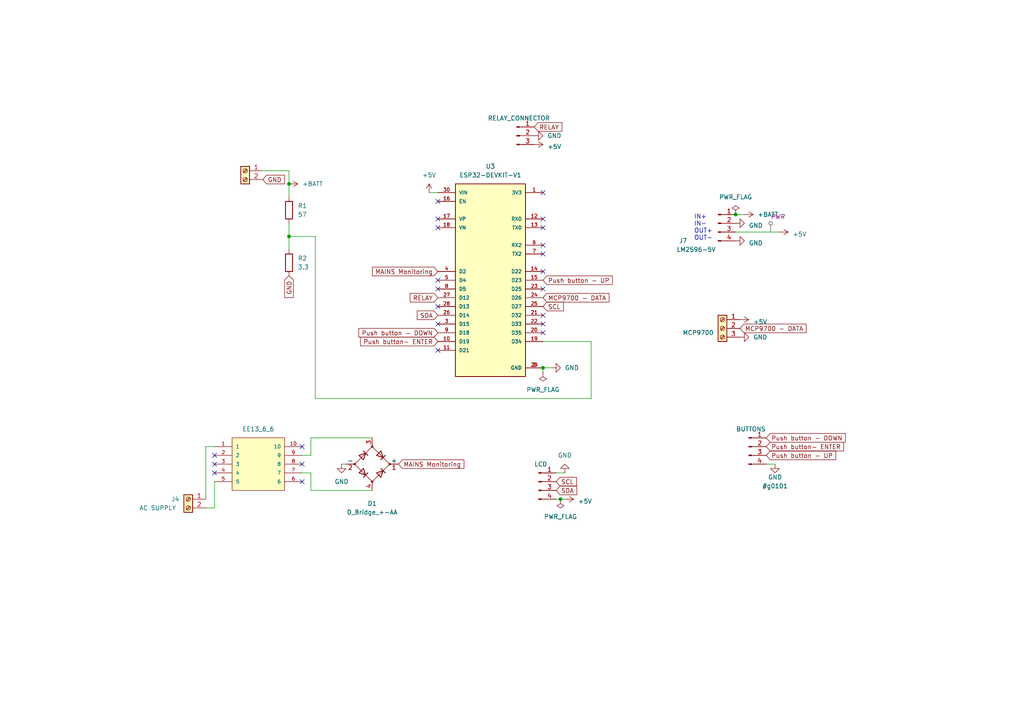
<source format=kicad_sch>
(kicad_sch (version 20230121) (generator eeschema)

  (uuid 8320b260-2480-456b-bfb8-a28cb21116c5)

  (paper "A4")

  (lib_symbols
    (symbol "Conn_01x04_Pin_1" (pin_names (offset 1.016) hide) (in_bom yes) (on_board yes)
      (property "Reference" "J1" (at -10.16 -5.08 0)
        (effects (font (size 1.27 1.27)))
      )
      (property "Value" "LM2596-5V" (at -6.35 -7.62 0)
        (effects (font (size 1.27 1.27)))
      )
      (property "Footprint" "" (at 0 0 0)
        (effects (font (size 1.27 1.27)) hide)
      )
      (property "Datasheet" "~" (at 0 0 0)
        (effects (font (size 1.27 1.27)) hide)
      )
      (property "ki_locked" "" (at 0 0 0)
        (effects (font (size 1.27 1.27)))
      )
      (property "ki_keywords" "connector" (at 0 0 0)
        (effects (font (size 1.27 1.27)) hide)
      )
      (property "ki_description" "Generic connector, single row, 01x04, script generated" (at 0 0 0)
        (effects (font (size 1.27 1.27)) hide)
      )
      (property "ki_fp_filters" "Connector*:*_1x??_*" (at 0 0 0)
        (effects (font (size 1.27 1.27)) hide)
      )
      (symbol "Conn_01x04_Pin_1_1_1"
        (rectangle (start 0 -4.953) (end 0.8636 -5.207)
          (stroke (width 0.1524) (type default))
          (fill (type outline))
        )
        (polyline
          (pts
            (xy 1.27 -5.08)
            (xy 0.8636 -5.08)
          )
          (stroke (width 0.1524) (type default))
          (fill (type none))
        )
        (polyline
          (pts
            (xy 1.27 -2.54)
            (xy 0.8636 -2.54)
          )
          (stroke (width 0.1524) (type default))
          (fill (type none))
        )
        (polyline
          (pts
            (xy 1.27 0)
            (xy 0.8636 0)
          )
          (stroke (width 0.1524) (type default))
          (fill (type none))
        )
        (polyline
          (pts
            (xy 1.27 2.54)
            (xy 0.8636 2.54)
          )
          (stroke (width 0.1524) (type default))
          (fill (type none))
        )
        (rectangle (start 0.8636 -2.413) (end 0 -2.667)
          (stroke (width 0.1524) (type default))
          (fill (type outline))
        )
        (rectangle (start 0.8636 0.127) (end 0 -0.127)
          (stroke (width 0.1524) (type default))
          (fill (type outline))
        )
        (rectangle (start 0.8636 2.667) (end 0 2.413)
          (stroke (width 0.1524) (type default))
          (fill (type outline))
        )
        (pin passive line (at 5.08 2.54 180) (length 3.81)
          (name "IN+" (effects (font (size 1.27 1.27))))
          (number "1" (effects (font (size 1.27 1.27))))
        )
        (pin passive line (at 5.08 0 180) (length 3.81)
          (name "IN-" (effects (font (size 1.27 1.27))))
          (number "2" (effects (font (size 1.27 1.27))))
        )
        (pin passive line (at 5.08 -2.54 180) (length 3.81)
          (name "OUT+" (effects (font (size 1.27 1.27))))
          (number "3" (effects (font (size 1.27 1.27))))
        )
        (pin passive line (at 5.08 -5.08 180) (length 3.81)
          (name "OUT-" (effects (font (size 1.27 1.27))))
          (number "4" (effects (font (size 1.27 1.27))))
        )
      )
    )
    (symbol "Connector:Conn_01x03_Pin" (pin_names (offset 1.016) hide) (in_bom yes) (on_board yes)
      (property "Reference" "J" (at 0 5.08 0)
        (effects (font (size 1.27 1.27)))
      )
      (property "Value" "Conn_01x03_Pin" (at 0 -5.08 0)
        (effects (font (size 1.27 1.27)))
      )
      (property "Footprint" "" (at 0 0 0)
        (effects (font (size 1.27 1.27)) hide)
      )
      (property "Datasheet" "~" (at 0 0 0)
        (effects (font (size 1.27 1.27)) hide)
      )
      (property "ki_locked" "" (at 0 0 0)
        (effects (font (size 1.27 1.27)))
      )
      (property "ki_keywords" "connector" (at 0 0 0)
        (effects (font (size 1.27 1.27)) hide)
      )
      (property "ki_description" "Generic connector, single row, 01x03, script generated" (at 0 0 0)
        (effects (font (size 1.27 1.27)) hide)
      )
      (property "ki_fp_filters" "Connector*:*_1x??_*" (at 0 0 0)
        (effects (font (size 1.27 1.27)) hide)
      )
      (symbol "Conn_01x03_Pin_1_1"
        (polyline
          (pts
            (xy 1.27 -2.54)
            (xy 0.8636 -2.54)
          )
          (stroke (width 0.1524) (type default))
          (fill (type none))
        )
        (polyline
          (pts
            (xy 1.27 0)
            (xy 0.8636 0)
          )
          (stroke (width 0.1524) (type default))
          (fill (type none))
        )
        (polyline
          (pts
            (xy 1.27 2.54)
            (xy 0.8636 2.54)
          )
          (stroke (width 0.1524) (type default))
          (fill (type none))
        )
        (rectangle (start 0.8636 -2.413) (end 0 -2.667)
          (stroke (width 0.1524) (type default))
          (fill (type outline))
        )
        (rectangle (start 0.8636 0.127) (end 0 -0.127)
          (stroke (width 0.1524) (type default))
          (fill (type outline))
        )
        (rectangle (start 0.8636 2.667) (end 0 2.413)
          (stroke (width 0.1524) (type default))
          (fill (type outline))
        )
        (pin passive line (at 5.08 2.54 180) (length 3.81)
          (name "Pin_1" (effects (font (size 1.27 1.27))))
          (number "1" (effects (font (size 1.27 1.27))))
        )
        (pin passive line (at 5.08 0 180) (length 3.81)
          (name "Pin_2" (effects (font (size 1.27 1.27))))
          (number "2" (effects (font (size 1.27 1.27))))
        )
        (pin passive line (at 5.08 -2.54 180) (length 3.81)
          (name "Pin_3" (effects (font (size 1.27 1.27))))
          (number "3" (effects (font (size 1.27 1.27))))
        )
      )
    )
    (symbol "Connector:Conn_01x04_Pin" (pin_names (offset 1.016) hide) (in_bom yes) (on_board yes)
      (property "Reference" "J" (at 0 5.08 0)
        (effects (font (size 1.27 1.27)))
      )
      (property "Value" "Conn_01x04_Pin" (at 0 -7.62 0)
        (effects (font (size 1.27 1.27)))
      )
      (property "Footprint" "" (at 0 0 0)
        (effects (font (size 1.27 1.27)) hide)
      )
      (property "Datasheet" "~" (at 0 0 0)
        (effects (font (size 1.27 1.27)) hide)
      )
      (property "ki_locked" "" (at 0 0 0)
        (effects (font (size 1.27 1.27)))
      )
      (property "ki_keywords" "connector" (at 0 0 0)
        (effects (font (size 1.27 1.27)) hide)
      )
      (property "ki_description" "Generic connector, single row, 01x04, script generated" (at 0 0 0)
        (effects (font (size 1.27 1.27)) hide)
      )
      (property "ki_fp_filters" "Connector*:*_1x??_*" (at 0 0 0)
        (effects (font (size 1.27 1.27)) hide)
      )
      (symbol "Conn_01x04_Pin_1_1"
        (polyline
          (pts
            (xy 1.27 -5.08)
            (xy 0.8636 -5.08)
          )
          (stroke (width 0.1524) (type default))
          (fill (type none))
        )
        (polyline
          (pts
            (xy 1.27 -2.54)
            (xy 0.8636 -2.54)
          )
          (stroke (width 0.1524) (type default))
          (fill (type none))
        )
        (polyline
          (pts
            (xy 1.27 0)
            (xy 0.8636 0)
          )
          (stroke (width 0.1524) (type default))
          (fill (type none))
        )
        (polyline
          (pts
            (xy 1.27 2.54)
            (xy 0.8636 2.54)
          )
          (stroke (width 0.1524) (type default))
          (fill (type none))
        )
        (rectangle (start 0.8636 -4.953) (end 0 -5.207)
          (stroke (width 0.1524) (type default))
          (fill (type outline))
        )
        (rectangle (start 0.8636 -2.413) (end 0 -2.667)
          (stroke (width 0.1524) (type default))
          (fill (type outline))
        )
        (rectangle (start 0.8636 0.127) (end 0 -0.127)
          (stroke (width 0.1524) (type default))
          (fill (type outline))
        )
        (rectangle (start 0.8636 2.667) (end 0 2.413)
          (stroke (width 0.1524) (type default))
          (fill (type outline))
        )
        (pin passive line (at 5.08 2.54 180) (length 3.81)
          (name "Pin_1" (effects (font (size 1.27 1.27))))
          (number "1" (effects (font (size 1.27 1.27))))
        )
        (pin passive line (at 5.08 0 180) (length 3.81)
          (name "Pin_2" (effects (font (size 1.27 1.27))))
          (number "2" (effects (font (size 1.27 1.27))))
        )
        (pin passive line (at 5.08 -2.54 180) (length 3.81)
          (name "Pin_3" (effects (font (size 1.27 1.27))))
          (number "3" (effects (font (size 1.27 1.27))))
        )
        (pin passive line (at 5.08 -5.08 180) (length 3.81)
          (name "Pin_4" (effects (font (size 1.27 1.27))))
          (number "4" (effects (font (size 1.27 1.27))))
        )
      )
    )
    (symbol "Connector:Screw_Terminal_01x02" (pin_names (offset 1.016) hide) (in_bom yes) (on_board yes)
      (property "Reference" "J" (at 0 2.54 0)
        (effects (font (size 1.27 1.27)))
      )
      (property "Value" "Screw_Terminal_01x02" (at 0 -5.08 0)
        (effects (font (size 1.27 1.27)))
      )
      (property "Footprint" "" (at 0 0 0)
        (effects (font (size 1.27 1.27)) hide)
      )
      (property "Datasheet" "~" (at 0 0 0)
        (effects (font (size 1.27 1.27)) hide)
      )
      (property "ki_keywords" "screw terminal" (at 0 0 0)
        (effects (font (size 1.27 1.27)) hide)
      )
      (property "ki_description" "Generic screw terminal, single row, 01x02, script generated (kicad-library-utils/schlib/autogen/connector/)" (at 0 0 0)
        (effects (font (size 1.27 1.27)) hide)
      )
      (property "ki_fp_filters" "TerminalBlock*:*" (at 0 0 0)
        (effects (font (size 1.27 1.27)) hide)
      )
      (symbol "Screw_Terminal_01x02_1_1"
        (rectangle (start -1.27 1.27) (end 1.27 -3.81)
          (stroke (width 0.254) (type default))
          (fill (type background))
        )
        (circle (center 0 -2.54) (radius 0.635)
          (stroke (width 0.1524) (type default))
          (fill (type none))
        )
        (polyline
          (pts
            (xy -0.5334 -2.2098)
            (xy 0.3302 -3.048)
          )
          (stroke (width 0.1524) (type default))
          (fill (type none))
        )
        (polyline
          (pts
            (xy -0.5334 0.3302)
            (xy 0.3302 -0.508)
          )
          (stroke (width 0.1524) (type default))
          (fill (type none))
        )
        (polyline
          (pts
            (xy -0.3556 -2.032)
            (xy 0.508 -2.8702)
          )
          (stroke (width 0.1524) (type default))
          (fill (type none))
        )
        (polyline
          (pts
            (xy -0.3556 0.508)
            (xy 0.508 -0.3302)
          )
          (stroke (width 0.1524) (type default))
          (fill (type none))
        )
        (circle (center 0 0) (radius 0.635)
          (stroke (width 0.1524) (type default))
          (fill (type none))
        )
        (pin passive line (at -5.08 0 0) (length 3.81)
          (name "Pin_1" (effects (font (size 1.27 1.27))))
          (number "1" (effects (font (size 1.27 1.27))))
        )
        (pin passive line (at -5.08 -2.54 0) (length 3.81)
          (name "Pin_2" (effects (font (size 1.27 1.27))))
          (number "2" (effects (font (size 1.27 1.27))))
        )
      )
    )
    (symbol "Connector:Screw_Terminal_01x03" (pin_names (offset 1.016) hide) (in_bom yes) (on_board yes)
      (property "Reference" "J" (at 0 5.08 0)
        (effects (font (size 1.27 1.27)))
      )
      (property "Value" "Screw_Terminal_01x03" (at 0 -5.08 0)
        (effects (font (size 1.27 1.27)))
      )
      (property "Footprint" "" (at 0 0 0)
        (effects (font (size 1.27 1.27)) hide)
      )
      (property "Datasheet" "~" (at 0 0 0)
        (effects (font (size 1.27 1.27)) hide)
      )
      (property "ki_keywords" "screw terminal" (at 0 0 0)
        (effects (font (size 1.27 1.27)) hide)
      )
      (property "ki_description" "Generic screw terminal, single row, 01x03, script generated (kicad-library-utils/schlib/autogen/connector/)" (at 0 0 0)
        (effects (font (size 1.27 1.27)) hide)
      )
      (property "ki_fp_filters" "TerminalBlock*:*" (at 0 0 0)
        (effects (font (size 1.27 1.27)) hide)
      )
      (symbol "Screw_Terminal_01x03_1_1"
        (rectangle (start -1.27 3.81) (end 1.27 -3.81)
          (stroke (width 0.254) (type default))
          (fill (type background))
        )
        (circle (center 0 -2.54) (radius 0.635)
          (stroke (width 0.1524) (type default))
          (fill (type none))
        )
        (polyline
          (pts
            (xy -0.5334 -2.2098)
            (xy 0.3302 -3.048)
          )
          (stroke (width 0.1524) (type default))
          (fill (type none))
        )
        (polyline
          (pts
            (xy -0.5334 0.3302)
            (xy 0.3302 -0.508)
          )
          (stroke (width 0.1524) (type default))
          (fill (type none))
        )
        (polyline
          (pts
            (xy -0.5334 2.8702)
            (xy 0.3302 2.032)
          )
          (stroke (width 0.1524) (type default))
          (fill (type none))
        )
        (polyline
          (pts
            (xy -0.3556 -2.032)
            (xy 0.508 -2.8702)
          )
          (stroke (width 0.1524) (type default))
          (fill (type none))
        )
        (polyline
          (pts
            (xy -0.3556 0.508)
            (xy 0.508 -0.3302)
          )
          (stroke (width 0.1524) (type default))
          (fill (type none))
        )
        (polyline
          (pts
            (xy -0.3556 3.048)
            (xy 0.508 2.2098)
          )
          (stroke (width 0.1524) (type default))
          (fill (type none))
        )
        (circle (center 0 0) (radius 0.635)
          (stroke (width 0.1524) (type default))
          (fill (type none))
        )
        (circle (center 0 2.54) (radius 0.635)
          (stroke (width 0.1524) (type default))
          (fill (type none))
        )
        (pin passive line (at -5.08 2.54 0) (length 3.81)
          (name "Pin_1" (effects (font (size 1.27 1.27))))
          (number "1" (effects (font (size 1.27 1.27))))
        )
        (pin passive line (at -5.08 0 0) (length 3.81)
          (name "Pin_2" (effects (font (size 1.27 1.27))))
          (number "2" (effects (font (size 1.27 1.27))))
        )
        (pin passive line (at -5.08 -2.54 0) (length 3.81)
          (name "Pin_3" (effects (font (size 1.27 1.27))))
          (number "3" (effects (font (size 1.27 1.27))))
        )
      )
    )
    (symbol "Device:D_Bridge_+-AA" (pin_names (offset 0)) (in_bom yes) (on_board yes)
      (property "Reference" "D" (at 2.54 6.985 0)
        (effects (font (size 1.27 1.27)) (justify left))
      )
      (property "Value" "D_Bridge_+-AA" (at 2.54 5.08 0)
        (effects (font (size 1.27 1.27)) (justify left))
      )
      (property "Footprint" "" (at 0 0 0)
        (effects (font (size 1.27 1.27)) hide)
      )
      (property "Datasheet" "~" (at 0 0 0)
        (effects (font (size 1.27 1.27)) hide)
      )
      (property "ki_keywords" "rectifier ACDC" (at 0 0 0)
        (effects (font (size 1.27 1.27)) hide)
      )
      (property "ki_description" "Diode bridge, +ve/-ve/AC/AC" (at 0 0 0)
        (effects (font (size 1.27 1.27)) hide)
      )
      (property "ki_fp_filters" "D*Bridge* D*Rectifier*" (at 0 0 0)
        (effects (font (size 1.27 1.27)) hide)
      )
      (symbol "D_Bridge_+-AA_0_1"
        (circle (center -5.08 0) (radius 0.254)
          (stroke (width 0) (type default))
          (fill (type outline))
        )
        (circle (center 0 -5.08) (radius 0.254)
          (stroke (width 0) (type default))
          (fill (type outline))
        )
        (polyline
          (pts
            (xy -2.54 3.81)
            (xy -1.27 2.54)
          )
          (stroke (width 0.254) (type default))
          (fill (type none))
        )
        (polyline
          (pts
            (xy -1.27 -2.54)
            (xy -2.54 -3.81)
          )
          (stroke (width 0.254) (type default))
          (fill (type none))
        )
        (polyline
          (pts
            (xy 2.54 -1.27)
            (xy 3.81 -2.54)
          )
          (stroke (width 0.254) (type default))
          (fill (type none))
        )
        (polyline
          (pts
            (xy 2.54 1.27)
            (xy 3.81 2.54)
          )
          (stroke (width 0.254) (type default))
          (fill (type none))
        )
        (polyline
          (pts
            (xy -3.81 2.54)
            (xy -2.54 1.27)
            (xy -1.905 3.175)
            (xy -3.81 2.54)
          )
          (stroke (width 0.254) (type default))
          (fill (type none))
        )
        (polyline
          (pts
            (xy -2.54 -1.27)
            (xy -3.81 -2.54)
            (xy -1.905 -3.175)
            (xy -2.54 -1.27)
          )
          (stroke (width 0.254) (type default))
          (fill (type none))
        )
        (polyline
          (pts
            (xy 1.27 2.54)
            (xy 2.54 3.81)
            (xy 3.175 1.905)
            (xy 1.27 2.54)
          )
          (stroke (width 0.254) (type default))
          (fill (type none))
        )
        (polyline
          (pts
            (xy 3.175 -1.905)
            (xy 1.27 -2.54)
            (xy 2.54 -3.81)
            (xy 3.175 -1.905)
          )
          (stroke (width 0.254) (type default))
          (fill (type none))
        )
        (polyline
          (pts
            (xy -5.08 0)
            (xy 0 -5.08)
            (xy 5.08 0)
            (xy 0 5.08)
            (xy -5.08 0)
          )
          (stroke (width 0) (type default))
          (fill (type none))
        )
        (circle (center 0 5.08) (radius 0.254)
          (stroke (width 0) (type default))
          (fill (type outline))
        )
        (circle (center 5.08 0) (radius 0.254)
          (stroke (width 0) (type default))
          (fill (type outline))
        )
      )
      (symbol "D_Bridge_+-AA_1_1"
        (pin passive line (at 7.62 0 180) (length 2.54)
          (name "+" (effects (font (size 1.27 1.27))))
          (number "1" (effects (font (size 1.27 1.27))))
        )
        (pin passive line (at -7.62 0 0) (length 2.54)
          (name "-" (effects (font (size 1.27 1.27))))
          (number "2" (effects (font (size 1.27 1.27))))
        )
        (pin passive line (at 0 7.62 270) (length 2.54)
          (name "~" (effects (font (size 1.27 1.27))))
          (number "3" (effects (font (size 1.27 1.27))))
        )
        (pin passive line (at 0 -7.62 90) (length 2.54)
          (name "~" (effects (font (size 1.27 1.27))))
          (number "4" (effects (font (size 1.27 1.27))))
        )
      )
    )
    (symbol "Device:R" (pin_numbers hide) (pin_names (offset 0)) (in_bom yes) (on_board yes)
      (property "Reference" "R" (at 2.032 0 90)
        (effects (font (size 1.27 1.27)))
      )
      (property "Value" "R" (at 0 0 90)
        (effects (font (size 1.27 1.27)))
      )
      (property "Footprint" "" (at -1.778 0 90)
        (effects (font (size 1.27 1.27)) hide)
      )
      (property "Datasheet" "~" (at 0 0 0)
        (effects (font (size 1.27 1.27)) hide)
      )
      (property "ki_keywords" "R res resistor" (at 0 0 0)
        (effects (font (size 1.27 1.27)) hide)
      )
      (property "ki_description" "Resistor" (at 0 0 0)
        (effects (font (size 1.27 1.27)) hide)
      )
      (property "ki_fp_filters" "R_*" (at 0 0 0)
        (effects (font (size 1.27 1.27)) hide)
      )
      (symbol "R_0_1"
        (rectangle (start -1.016 -2.54) (end 1.016 2.54)
          (stroke (width 0.254) (type default))
          (fill (type none))
        )
      )
      (symbol "R_1_1"
        (pin passive line (at 0 3.81 270) (length 1.27)
          (name "~" (effects (font (size 1.27 1.27))))
          (number "1" (effects (font (size 1.27 1.27))))
        )
        (pin passive line (at 0 -3.81 90) (length 1.27)
          (name "~" (effects (font (size 1.27 1.27))))
          (number "2" (effects (font (size 1.27 1.27))))
        )
      )
    )
    (symbol "EE13_6_6:EE13_6_6" (pin_names (offset 1.016)) (in_bom yes) (on_board yes)
      (property "Reference" "U" (at -7.62 8.382 0)
        (effects (font (size 1.27 1.27)) (justify left bottom))
      )
      (property "Value" "EE13_6_6" (at -7.62 -10.16 0)
        (effects (font (size 1.27 1.27)) (justify left bottom))
      )
      (property "Footprint" "EE13_6_6:BOBBIN_EE13_6_6" (at 0 0 0)
        (effects (font (size 1.27 1.27)) (justify bottom) hide)
      )
      (property "Datasheet" "" (at 0 0 0)
        (effects (font (size 1.27 1.27)) hide)
      )
      (property "MF" "Wurth Electronics Inc" (at 0 0 0)
        (effects (font (size 1.27 1.27)) (justify bottom) hide)
      )
      (property "MAXIMUM_PACKAGE_HEIGHT" "15.24mm" (at 0 0 0)
        (effects (font (size 1.27 1.27)) (justify bottom) hide)
      )
      (property "Package" "Package" (at 0 0 0)
        (effects (font (size 1.27 1.27)) (justify bottom) hide)
      )
      (property "Price" "None" (at 0 0 0)
        (effects (font (size 1.27 1.27)) (justify bottom) hide)
      )
      (property "Check_prices" "https://www.snapeda.com/parts/EE13/6/6/Wurth+Electronics+Inc/view-part/?ref=eda" (at 0 0 0)
        (effects (font (size 1.27 1.27)) (justify bottom) hide)
      )
      (property "STANDARD" "Manufacturer Recommendations" (at 0 0 0)
        (effects (font (size 1.27 1.27)) (justify bottom) hide)
      )
      (property "PARTREV" "11/19" (at 0 0 0)
        (effects (font (size 1.27 1.27)) (justify bottom) hide)
      )
      (property "SnapEDA_Link" "https://www.snapeda.com/parts/EE13/6/6/Wurth+Electronics+Inc/view-part/?ref=snap" (at 0 0 0)
        (effects (font (size 1.27 1.27)) (justify bottom) hide)
      )
      (property "MP" "EE13/6/6" (at 0 0 0)
        (effects (font (size 1.27 1.27)) (justify bottom) hide)
      )
      (property "Description" "\nOFFLINE TRANSFORMER 6W EE13/7/6\n" (at 0 0 0)
        (effects (font (size 1.27 1.27)) (justify bottom) hide)
      )
      (property "Availability" "Not in stock" (at 0 0 0)
        (effects (font (size 1.27 1.27)) (justify bottom) hide)
      )
      (property "MANUFACTURER" "Wurth Electronics" (at 0 0 0)
        (effects (font (size 1.27 1.27)) (justify bottom) hide)
      )
      (symbol "EE13_6_6_0_0"
        (rectangle (start -7.62 -7.62) (end 7.62 7.62)
          (stroke (width 0.1524) (type default))
          (fill (type background))
        )
        (pin passive line (at -12.7 5.08 0) (length 5.08)
          (name "1" (effects (font (size 1.016 1.016))))
          (number "1" (effects (font (size 1.016 1.016))))
        )
        (pin passive line (at 12.7 5.08 180) (length 5.08)
          (name "10" (effects (font (size 1.016 1.016))))
          (number "10" (effects (font (size 1.016 1.016))))
        )
        (pin passive line (at -12.7 2.54 0) (length 5.08)
          (name "2" (effects (font (size 1.016 1.016))))
          (number "2" (effects (font (size 1.016 1.016))))
        )
        (pin passive line (at -12.7 0 0) (length 5.08)
          (name "3" (effects (font (size 1.016 1.016))))
          (number "3" (effects (font (size 1.016 1.016))))
        )
        (pin passive line (at -12.7 -2.54 0) (length 5.08)
          (name "4" (effects (font (size 1.016 1.016))))
          (number "4" (effects (font (size 1.016 1.016))))
        )
        (pin passive line (at -12.7 -5.08 0) (length 5.08)
          (name "5" (effects (font (size 1.016 1.016))))
          (number "5" (effects (font (size 1.016 1.016))))
        )
        (pin passive line (at 12.7 -5.08 180) (length 5.08)
          (name "6" (effects (font (size 1.016 1.016))))
          (number "6" (effects (font (size 1.016 1.016))))
        )
        (pin passive line (at 12.7 -2.54 180) (length 5.08)
          (name "7" (effects (font (size 1.016 1.016))))
          (number "7" (effects (font (size 1.016 1.016))))
        )
        (pin passive line (at 12.7 0 180) (length 5.08)
          (name "8" (effects (font (size 1.016 1.016))))
          (number "8" (effects (font (size 1.016 1.016))))
        )
        (pin passive line (at 12.7 2.54 180) (length 5.08)
          (name "9" (effects (font (size 1.016 1.016))))
          (number "9" (effects (font (size 1.016 1.016))))
        )
      )
    )
    (symbol "ESP32-DEVKIT-V1:ESP32-DEVKIT-V1" (pin_names (offset 1.016)) (in_bom yes) (on_board yes)
      (property "Reference" "U" (at -10.16 30.48 0)
        (effects (font (size 1.27 1.27)) (justify left top))
      )
      (property "Value" "ESP32-DEVKIT-V1" (at -10.16 -30.48 0)
        (effects (font (size 1.27 1.27)) (justify left bottom))
      )
      (property "Footprint" "ESP32-DEVKIT-V1:MODULE_ESP32_DEVKIT_V1" (at 0 0 0)
        (effects (font (size 1.27 1.27)) (justify bottom) hide)
      )
      (property "Datasheet" "" (at 0 0 0)
        (effects (font (size 1.27 1.27)) hide)
      )
      (property "MF" "Do it" (at 0 0 0)
        (effects (font (size 1.27 1.27)) (justify bottom) hide)
      )
      (property "MAXIMUM_PACKAGE_HEIGHT" "6.8 mm" (at 0 0 0)
        (effects (font (size 1.27 1.27)) (justify bottom) hide)
      )
      (property "Package" "None" (at 0 0 0)
        (effects (font (size 1.27 1.27)) (justify bottom) hide)
      )
      (property "Price" "None" (at 0 0 0)
        (effects (font (size 1.27 1.27)) (justify bottom) hide)
      )
      (property "Check_prices" "https://www.snapeda.com/parts/ESP32-DEVKIT-V1/Do+it/view-part/?ref=eda" (at 0 0 0)
        (effects (font (size 1.27 1.27)) (justify bottom) hide)
      )
      (property "STANDARD" "Manufacturer Recommendations" (at 0 0 0)
        (effects (font (size 1.27 1.27)) (justify bottom) hide)
      )
      (property "PARTREV" "N/A" (at 0 0 0)
        (effects (font (size 1.27 1.27)) (justify bottom) hide)
      )
      (property "SnapEDA_Link" "https://www.snapeda.com/parts/ESP32-DEVKIT-V1/Do+it/view-part/?ref=snap" (at 0 0 0)
        (effects (font (size 1.27 1.27)) (justify bottom) hide)
      )
      (property "MP" "ESP32-DEVKIT-V1" (at 0 0 0)
        (effects (font (size 1.27 1.27)) (justify bottom) hide)
      )
      (property "Description" "\nDual core, Wi-Fi: 2.4 GHz up to 150 Mbits/s,BLE (Bluetooth Low Energy) and legacy Bluetooth, 32 bits, Up to 240 MHz\n" (at 0 0 0)
        (effects (font (size 1.27 1.27)) (justify bottom) hide)
      )
      (property "Availability" "Not in stock" (at 0 0 0)
        (effects (font (size 1.27 1.27)) (justify bottom) hide)
      )
      (property "MANUFACTURER" "DOIT" (at 0 0 0)
        (effects (font (size 1.27 1.27)) (justify bottom) hide)
      )
      (symbol "ESP32-DEVKIT-V1_0_0"
        (rectangle (start -10.16 -27.94) (end 10.16 27.94)
          (stroke (width 0.254) (type default))
          (fill (type background))
        )
        (pin output line (at 15.24 25.4 180) (length 5.08)
          (name "3V3" (effects (font (size 1.016 1.016))))
          (number "1" (effects (font (size 1.016 1.016))))
        )
        (pin bidirectional line (at -15.24 -17.78 0) (length 5.08)
          (name "D19" (effects (font (size 1.016 1.016))))
          (number "10" (effects (font (size 1.016 1.016))))
        )
        (pin bidirectional line (at -15.24 -20.32 0) (length 5.08)
          (name "D21" (effects (font (size 1.016 1.016))))
          (number "11" (effects (font (size 1.016 1.016))))
        )
        (pin input line (at 15.24 17.78 180) (length 5.08)
          (name "RX0" (effects (font (size 1.016 1.016))))
          (number "12" (effects (font (size 1.016 1.016))))
        )
        (pin output line (at 15.24 15.24 180) (length 5.08)
          (name "TX0" (effects (font (size 1.016 1.016))))
          (number "13" (effects (font (size 1.016 1.016))))
        )
        (pin bidirectional line (at 15.24 2.54 180) (length 5.08)
          (name "D22" (effects (font (size 1.016 1.016))))
          (number "14" (effects (font (size 1.016 1.016))))
        )
        (pin bidirectional line (at 15.24 0 180) (length 5.08)
          (name "D23" (effects (font (size 1.016 1.016))))
          (number "15" (effects (font (size 1.016 1.016))))
        )
        (pin input line (at -15.24 22.86 0) (length 5.08)
          (name "EN" (effects (font (size 1.016 1.016))))
          (number "16" (effects (font (size 1.016 1.016))))
        )
        (pin bidirectional line (at -15.24 17.78 0) (length 5.08)
          (name "VP" (effects (font (size 1.016 1.016))))
          (number "17" (effects (font (size 1.016 1.016))))
        )
        (pin bidirectional line (at -15.24 15.24 0) (length 5.08)
          (name "VN" (effects (font (size 1.016 1.016))))
          (number "18" (effects (font (size 1.016 1.016))))
        )
        (pin bidirectional line (at 15.24 -17.78 180) (length 5.08)
          (name "D34" (effects (font (size 1.016 1.016))))
          (number "19" (effects (font (size 1.016 1.016))))
        )
        (pin power_in line (at 15.24 -25.4 180) (length 5.08)
          (name "GND" (effects (font (size 1.016 1.016))))
          (number "2" (effects (font (size 1.016 1.016))))
        )
        (pin bidirectional line (at 15.24 -15.24 180) (length 5.08)
          (name "D35" (effects (font (size 1.016 1.016))))
          (number "20" (effects (font (size 1.016 1.016))))
        )
        (pin bidirectional line (at 15.24 -10.16 180) (length 5.08)
          (name "D32" (effects (font (size 1.016 1.016))))
          (number "21" (effects (font (size 1.016 1.016))))
        )
        (pin bidirectional line (at 15.24 -12.7 180) (length 5.08)
          (name "D33" (effects (font (size 1.016 1.016))))
          (number "22" (effects (font (size 1.016 1.016))))
        )
        (pin bidirectional line (at 15.24 -2.54 180) (length 5.08)
          (name "D25" (effects (font (size 1.016 1.016))))
          (number "23" (effects (font (size 1.016 1.016))))
        )
        (pin bidirectional line (at 15.24 -5.08 180) (length 5.08)
          (name "D26" (effects (font (size 1.016 1.016))))
          (number "24" (effects (font (size 1.016 1.016))))
        )
        (pin bidirectional line (at 15.24 -7.62 180) (length 5.08)
          (name "D27" (effects (font (size 1.016 1.016))))
          (number "25" (effects (font (size 1.016 1.016))))
        )
        (pin bidirectional line (at -15.24 -10.16 0) (length 5.08)
          (name "D14" (effects (font (size 1.016 1.016))))
          (number "26" (effects (font (size 1.016 1.016))))
        )
        (pin bidirectional line (at -15.24 -5.08 0) (length 5.08)
          (name "D12" (effects (font (size 1.016 1.016))))
          (number "27" (effects (font (size 1.016 1.016))))
        )
        (pin bidirectional line (at -15.24 -7.62 0) (length 5.08)
          (name "D13" (effects (font (size 1.016 1.016))))
          (number "28" (effects (font (size 1.016 1.016))))
        )
        (pin power_in line (at 15.24 -25.4 180) (length 5.08)
          (name "GND" (effects (font (size 1.016 1.016))))
          (number "29" (effects (font (size 1.016 1.016))))
        )
        (pin bidirectional line (at -15.24 -12.7 0) (length 5.08)
          (name "D15" (effects (font (size 1.016 1.016))))
          (number "3" (effects (font (size 1.016 1.016))))
        )
        (pin input line (at -15.24 25.4 0) (length 5.08)
          (name "VIN" (effects (font (size 1.016 1.016))))
          (number "30" (effects (font (size 1.016 1.016))))
        )
        (pin bidirectional line (at -15.24 2.54 0) (length 5.08)
          (name "D2" (effects (font (size 1.016 1.016))))
          (number "4" (effects (font (size 1.016 1.016))))
        )
        (pin bidirectional line (at -15.24 0 0) (length 5.08)
          (name "D4" (effects (font (size 1.016 1.016))))
          (number "5" (effects (font (size 1.016 1.016))))
        )
        (pin input line (at 15.24 10.16 180) (length 5.08)
          (name "RX2" (effects (font (size 1.016 1.016))))
          (number "6" (effects (font (size 1.016 1.016))))
        )
        (pin output line (at 15.24 7.62 180) (length 5.08)
          (name "TX2" (effects (font (size 1.016 1.016))))
          (number "7" (effects (font (size 1.016 1.016))))
        )
        (pin bidirectional line (at -15.24 -2.54 0) (length 5.08)
          (name "D5" (effects (font (size 1.016 1.016))))
          (number "8" (effects (font (size 1.016 1.016))))
        )
        (pin bidirectional line (at -15.24 -15.24 0) (length 5.08)
          (name "D18" (effects (font (size 1.016 1.016))))
          (number "9" (effects (font (size 1.016 1.016))))
        )
      )
    )
    (symbol "power:+5V" (power) (pin_names (offset 0)) (in_bom yes) (on_board yes)
      (property "Reference" "#PWR" (at 0 -3.81 0)
        (effects (font (size 1.27 1.27)) hide)
      )
      (property "Value" "+5V" (at 0 3.556 0)
        (effects (font (size 1.27 1.27)))
      )
      (property "Footprint" "" (at 0 0 0)
        (effects (font (size 1.27 1.27)) hide)
      )
      (property "Datasheet" "" (at 0 0 0)
        (effects (font (size 1.27 1.27)) hide)
      )
      (property "ki_keywords" "global power" (at 0 0 0)
        (effects (font (size 1.27 1.27)) hide)
      )
      (property "ki_description" "Power symbol creates a global label with name \"+5V\"" (at 0 0 0)
        (effects (font (size 1.27 1.27)) hide)
      )
      (symbol "+5V_0_1"
        (polyline
          (pts
            (xy -0.762 1.27)
            (xy 0 2.54)
          )
          (stroke (width 0) (type default))
          (fill (type none))
        )
        (polyline
          (pts
            (xy 0 0)
            (xy 0 2.54)
          )
          (stroke (width 0) (type default))
          (fill (type none))
        )
        (polyline
          (pts
            (xy 0 2.54)
            (xy 0.762 1.27)
          )
          (stroke (width 0) (type default))
          (fill (type none))
        )
      )
      (symbol "+5V_1_1"
        (pin power_in line (at 0 0 90) (length 0) hide
          (name "+5V" (effects (font (size 1.27 1.27))))
          (number "1" (effects (font (size 1.27 1.27))))
        )
      )
    )
    (symbol "power:+BATT" (power) (pin_names (offset 0)) (in_bom yes) (on_board yes)
      (property "Reference" "#PWR" (at 0 -3.81 0)
        (effects (font (size 1.27 1.27)) hide)
      )
      (property "Value" "+BATT" (at 0 3.556 0)
        (effects (font (size 1.27 1.27)))
      )
      (property "Footprint" "" (at 0 0 0)
        (effects (font (size 1.27 1.27)) hide)
      )
      (property "Datasheet" "" (at 0 0 0)
        (effects (font (size 1.27 1.27)) hide)
      )
      (property "ki_keywords" "global power battery" (at 0 0 0)
        (effects (font (size 1.27 1.27)) hide)
      )
      (property "ki_description" "Power symbol creates a global label with name \"+BATT\"" (at 0 0 0)
        (effects (font (size 1.27 1.27)) hide)
      )
      (symbol "+BATT_0_1"
        (polyline
          (pts
            (xy -0.762 1.27)
            (xy 0 2.54)
          )
          (stroke (width 0) (type default))
          (fill (type none))
        )
        (polyline
          (pts
            (xy 0 0)
            (xy 0 2.54)
          )
          (stroke (width 0) (type default))
          (fill (type none))
        )
        (polyline
          (pts
            (xy 0 2.54)
            (xy 0.762 1.27)
          )
          (stroke (width 0) (type default))
          (fill (type none))
        )
      )
      (symbol "+BATT_1_1"
        (pin power_in line (at 0 0 90) (length 0) hide
          (name "+BATT" (effects (font (size 1.27 1.27))))
          (number "1" (effects (font (size 1.27 1.27))))
        )
      )
    )
    (symbol "power:GND" (power) (pin_names (offset 0)) (in_bom yes) (on_board yes)
      (property "Reference" "#PWR" (at 0 -6.35 0)
        (effects (font (size 1.27 1.27)) hide)
      )
      (property "Value" "GND" (at 0 -3.81 0)
        (effects (font (size 1.27 1.27)))
      )
      (property "Footprint" "" (at 0 0 0)
        (effects (font (size 1.27 1.27)) hide)
      )
      (property "Datasheet" "" (at 0 0 0)
        (effects (font (size 1.27 1.27)) hide)
      )
      (property "ki_keywords" "global power" (at 0 0 0)
        (effects (font (size 1.27 1.27)) hide)
      )
      (property "ki_description" "Power symbol creates a global label with name \"GND\" , ground" (at 0 0 0)
        (effects (font (size 1.27 1.27)) hide)
      )
      (symbol "GND_0_1"
        (polyline
          (pts
            (xy 0 0)
            (xy 0 -1.27)
            (xy 1.27 -1.27)
            (xy 0 -2.54)
            (xy -1.27 -1.27)
            (xy 0 -1.27)
          )
          (stroke (width 0) (type default))
          (fill (type none))
        )
      )
      (symbol "GND_1_1"
        (pin power_in line (at 0 0 270) (length 0) hide
          (name "GND" (effects (font (size 1.27 1.27))))
          (number "1" (effects (font (size 1.27 1.27))))
        )
      )
    )
    (symbol "power:PWR_FLAG" (power) (pin_numbers hide) (pin_names (offset 0) hide) (in_bom yes) (on_board yes)
      (property "Reference" "#FLG" (at 0 1.905 0)
        (effects (font (size 1.27 1.27)) hide)
      )
      (property "Value" "PWR_FLAG" (at 0 3.81 0)
        (effects (font (size 1.27 1.27)))
      )
      (property "Footprint" "" (at 0 0 0)
        (effects (font (size 1.27 1.27)) hide)
      )
      (property "Datasheet" "~" (at 0 0 0)
        (effects (font (size 1.27 1.27)) hide)
      )
      (property "ki_keywords" "flag power" (at 0 0 0)
        (effects (font (size 1.27 1.27)) hide)
      )
      (property "ki_description" "Special symbol for telling ERC where power comes from" (at 0 0 0)
        (effects (font (size 1.27 1.27)) hide)
      )
      (symbol "PWR_FLAG_0_0"
        (pin power_out line (at 0 0 90) (length 0)
          (name "pwr" (effects (font (size 1.27 1.27))))
          (number "1" (effects (font (size 1.27 1.27))))
        )
      )
      (symbol "PWR_FLAG_0_1"
        (polyline
          (pts
            (xy 0 0)
            (xy 0 1.27)
            (xy -1.016 1.905)
            (xy 0 2.54)
            (xy 1.016 1.905)
            (xy 0 1.27)
          )
          (stroke (width 0) (type default))
          (fill (type none))
        )
      )
    )
  )

  (junction (at 83.82 68.58) (diameter 0) (color 0 0 0 0)
    (uuid 0eb5ea9f-2a63-445a-963b-01ed83bee249)
  )
  (junction (at 157.48 106.68) (diameter 0) (color 0 0 0 0)
    (uuid 6dea6f6d-5159-4f6d-85e9-3e282baec1b6)
  )
  (junction (at 162.56 144.78) (diameter 0) (color 0 0 0 0)
    (uuid 7aaed421-977d-4e61-8a59-ed4074aa6737)
  )
  (junction (at 83.82 53.34) (diameter 0) (color 0 0 0 0)
    (uuid 80afc122-3cdf-4c71-b83b-058c861748b9)
  )
  (junction (at 213.36 62.23) (diameter 0) (color 0 0 0 0)
    (uuid e0c0b7dd-ae40-4788-a5d9-3e3ba298936f)
  )

  (no_connect (at 87.63 139.7) (uuid 0f3c978d-4d19-4de8-994c-a10211acb510))
  (no_connect (at 157.48 83.82) (uuid 0f563cb3-db15-40ef-9051-f0cb57d185c3))
  (no_connect (at 157.48 91.44) (uuid 15b8c886-ec41-4144-b13a-850d8bd1d2eb))
  (no_connect (at 127 63.5) (uuid 1876214b-8998-4449-a73d-55146cbb93d6))
  (no_connect (at 157.48 73.66) (uuid 1c44f671-d26d-42bc-b133-81ff16f18b04))
  (no_connect (at 127 88.9) (uuid 2159eaf4-1a9d-401f-8b6c-a5268c7c6470))
  (no_connect (at 157.48 93.98) (uuid 38aeeb58-56fb-46e1-ae56-fdcef52f1b0e))
  (no_connect (at 62.23 134.62) (uuid 5cab6fc7-069a-4236-8257-ce44718c222e))
  (no_connect (at 127 66.04) (uuid 62c71b81-94b6-47c6-a205-5f7a5f4c33b5))
  (no_connect (at 127 83.82) (uuid 662b99da-7b8a-49e8-a1bf-583ebe90af7c))
  (no_connect (at 87.63 134.62) (uuid 744a77f4-648a-4833-9e32-6ac88706506c))
  (no_connect (at 157.48 78.74) (uuid 8bae8ef4-6c18-4ea3-b2ed-819b632cdeb1))
  (no_connect (at 157.48 71.12) (uuid 941cf239-fd63-4eac-aa85-8c317d809108))
  (no_connect (at 127 93.98) (uuid 944a47d7-a51c-432d-b12e-0a10c37a2753))
  (no_connect (at 157.48 96.52) (uuid a81cf6a6-841e-433c-8aea-f5bed2f60d71))
  (no_connect (at 127 81.28) (uuid ae5191c6-c375-440e-8e0c-cc4214a77e46))
  (no_connect (at 62.23 132.08) (uuid ae77d7ca-047b-4cf6-8a9f-5a45676aa77e))
  (no_connect (at 87.63 129.54) (uuid b0182a08-b8b2-4ef4-b387-a938e850c10f))
  (no_connect (at 157.48 55.88) (uuid b38f38cc-3e59-4edc-99b2-d75a4de174ec))
  (no_connect (at 62.23 137.16) (uuid bc27a910-53ca-418a-a653-01246ebfbe26))
  (no_connect (at 157.48 63.5) (uuid d53b05d8-7d44-4a05-abed-ffaa8dfee98b))
  (no_connect (at 127 101.6) (uuid ed3da635-1682-4962-b1b7-63f3663127f3))
  (no_connect (at 157.48 66.04) (uuid fcb9608b-db3c-4f28-bbe5-0c2ace4f0caa))
  (no_connect (at 127 58.42) (uuid fcd05a10-517c-4ba2-ab49-3ed875927f8e))

  (wire (pts (xy 91.44 115.57) (xy 171.45 115.57))
    (stroke (width 0) (type default))
    (uuid 009457ec-1da6-46c8-b674-a38fe36bef25)
  )
  (wire (pts (xy 90.17 132.08) (xy 87.63 132.08))
    (stroke (width 0) (type default))
    (uuid 12d98951-32e4-416a-9a35-fd9b51fbdcbc)
  )
  (wire (pts (xy 83.82 68.58) (xy 91.44 68.58))
    (stroke (width 0) (type default))
    (uuid 12e3346d-492e-45d1-90c5-099bb883c215)
  )
  (wire (pts (xy 226.06 67.31) (xy 213.36 67.31))
    (stroke (width 0) (type default))
    (uuid 1ca65394-9c14-4280-be9c-13131168ff4d)
  )
  (wire (pts (xy 90.17 137.16) (xy 90.17 142.24))
    (stroke (width 0) (type default))
    (uuid 23731138-d230-4354-8321-80e513fae096)
  )
  (wire (pts (xy 83.82 68.58) (xy 83.82 72.39))
    (stroke (width 0) (type default))
    (uuid 2e2c9410-0b9a-45f0-9196-81e28d6dbd24)
  )
  (wire (pts (xy 162.56 144.78) (xy 163.83 144.78))
    (stroke (width 0) (type default))
    (uuid 3a4a85ef-cf41-4807-a196-17db8bd8bde1)
  )
  (wire (pts (xy 124.46 55.88) (xy 127 55.88))
    (stroke (width 0) (type default))
    (uuid 3c779129-12aa-494d-afb4-4beda4dc03f0)
  )
  (wire (pts (xy 59.69 129.54) (xy 62.23 129.54))
    (stroke (width 0) (type default))
    (uuid 3dd31f22-d858-417e-bb3c-f30e066a0a9e)
  )
  (wire (pts (xy 215.9 62.23) (xy 213.36 62.23))
    (stroke (width 0) (type default))
    (uuid 465a50be-28a5-4032-b797-a58f443762cb)
  )
  (wire (pts (xy 59.69 129.54) (xy 59.69 144.78))
    (stroke (width 0) (type default))
    (uuid 49cfad41-c3ba-4343-8cf8-35e3f655e26b)
  )
  (wire (pts (xy 107.95 142.24) (xy 90.17 142.24))
    (stroke (width 0) (type default))
    (uuid 4def3b44-44ae-43fa-a923-8dac960a33e6)
  )
  (wire (pts (xy 90.17 137.16) (xy 87.63 137.16))
    (stroke (width 0) (type default))
    (uuid 56c23bff-8a56-48e2-8fbb-8c5162ce4867)
  )
  (wire (pts (xy 62.23 139.7) (xy 62.23 147.32))
    (stroke (width 0) (type default))
    (uuid 5ab9af60-83a7-45a9-91ef-efc96d6b072d)
  )
  (wire (pts (xy 91.44 68.58) (xy 91.44 115.57))
    (stroke (width 0) (type default))
    (uuid 5ca7c349-4e71-4d34-9a5d-024405c6588d)
  )
  (wire (pts (xy 171.45 115.57) (xy 171.45 99.06))
    (stroke (width 0) (type default))
    (uuid 73c2f877-0f28-457a-ae6d-6d6e51464896)
  )
  (wire (pts (xy 163.83 137.16) (xy 161.29 137.16))
    (stroke (width 0) (type default))
    (uuid 75a1871c-3dd4-4979-8482-049d5c264339)
  )
  (wire (pts (xy 157.48 107.95) (xy 157.48 106.68))
    (stroke (width 0) (type default))
    (uuid 7c1a8ecd-847b-4742-8910-c65da533529f)
  )
  (wire (pts (xy 59.69 147.32) (xy 62.23 147.32))
    (stroke (width 0) (type default))
    (uuid 8d8e8715-ac56-4e27-a518-ea8ea0bd5368)
  )
  (wire (pts (xy 161.29 144.78) (xy 162.56 144.78))
    (stroke (width 0) (type default))
    (uuid 8f08e4e9-215e-4c6e-8a2c-087ce02e1b70)
  )
  (wire (pts (xy 160.02 106.68) (xy 157.48 106.68))
    (stroke (width 0) (type default))
    (uuid 91e070d1-c8cd-4179-b601-ec9508cdb6d6)
  )
  (wire (pts (xy 99.06 134.62) (xy 100.33 134.62))
    (stroke (width 0) (type default))
    (uuid 9a2ece17-907f-4a0b-b290-369c9fb4b36e)
  )
  (wire (pts (xy 90.17 127) (xy 107.95 127))
    (stroke (width 0) (type default))
    (uuid ba33c4a6-9cd4-419d-847f-a29e1e47f298)
  )
  (wire (pts (xy 83.82 64.77) (xy 83.82 68.58))
    (stroke (width 0) (type default))
    (uuid bdcb855b-40da-4011-a216-76da28163eab)
  )
  (wire (pts (xy 157.48 99.06) (xy 171.45 99.06))
    (stroke (width 0) (type default))
    (uuid c290a99f-e3f9-43c3-8ef5-8e015dcc673d)
  )
  (wire (pts (xy 224.79 134.62) (xy 222.25 134.62))
    (stroke (width 0) (type default))
    (uuid cf17d152-374c-4da4-a2d6-c18c3054ecfb)
  )
  (wire (pts (xy 83.82 53.34) (xy 83.82 57.15))
    (stroke (width 0) (type default))
    (uuid d2139241-a2b1-4bac-ba8a-4cfd3f09e826)
  )
  (wire (pts (xy 90.17 127) (xy 90.17 132.08))
    (stroke (width 0) (type default))
    (uuid d3479e94-6aa3-441f-9e78-749dbac95ac8)
  )
  (wire (pts (xy 76.2 49.53) (xy 83.82 49.53))
    (stroke (width 0) (type default))
    (uuid d9cbf290-89ca-452d-8815-372ddc8f86e3)
  )
  (wire (pts (xy 83.82 49.53) (xy 83.82 53.34))
    (stroke (width 0) (type default))
    (uuid e9f232de-751f-4c25-93e0-20c8d3ba7c56)
  )

  (text "IN+\nIN-\nOUT+\nOUT-" (at 201.295 69.85 0)
    (effects (font (size 1.27 1.27)) (justify left bottom))
    (uuid c53691f5-7b1f-4ccf-ac56-e5d7e7974884)
  )

  (global_label "RELAY" (shape input) (at 154.94 36.83 0) (fields_autoplaced)
    (effects (font (size 1.27 1.27)) (justify left))
    (uuid 0f0b85bb-2141-4787-89f1-9c1e4bbfa7b2)
    (property "Intersheetrefs" "${INTERSHEET_REFS}" (at 163.5495 36.83 0)
      (effects (font (size 1.27 1.27)) (justify left) hide)
    )
  )
  (global_label "SCL" (shape input) (at 157.48 88.9 0) (fields_autoplaced)
    (effects (font (size 1.27 1.27)) (justify left))
    (uuid 114f6eca-5e56-430e-9d36-b5274d96bfee)
    (property "Intersheetrefs" "${INTERSHEET_REFS}" (at 163.9728 88.9 0)
      (effects (font (size 1.27 1.27)) (justify left) hide)
    )
  )
  (global_label "Push button- ENTER" (shape input) (at 222.25 129.54 0) (fields_autoplaced)
    (effects (font (size 1.27 1.27)) (justify left))
    (uuid 1fdf233c-f795-4585-bb85-54d07b8fb95c)
    (property "Intersheetrefs" "${INTERSHEET_REFS}" (at 245.2524 129.54 0)
      (effects (font (size 1.27 1.27)) (justify left) hide)
    )
  )
  (global_label "MCP9700 - DATA" (shape input) (at 214.63 95.25 0) (fields_autoplaced)
    (effects (font (size 1.27 1.27)) (justify left))
    (uuid 581db33f-6068-491b-ac98-3d344940d4d1)
    (property "Intersheetrefs" "${INTERSHEET_REFS}" (at 234.367 95.25 0)
      (effects (font (size 1.27 1.27)) (justify left) hide)
    )
  )
  (global_label "GND" (shape input) (at 76.2 52.07 0) (fields_autoplaced)
    (effects (font (size 1.27 1.27)) (justify left))
    (uuid 6327095a-3e4e-4dd3-9e9a-51aafd2eaea2)
    (property "Intersheetrefs" "${INTERSHEET_REFS}" (at 83.0557 52.07 0)
      (effects (font (size 1.27 1.27)) (justify left) hide)
    )
  )
  (global_label "Push button - UP" (shape input) (at 157.48 81.28 0) (fields_autoplaced)
    (effects (font (size 1.27 1.27)) (justify left))
    (uuid 7793203b-8ec1-4952-bb4d-5a4fbce8d048)
    (property "Intersheetrefs" "${INTERSHEET_REFS}" (at 178.1844 81.28 0)
      (effects (font (size 1.27 1.27)) (justify left) hide)
    )
  )
  (global_label "SDA" (shape input) (at 161.29 142.24 0) (fields_autoplaced)
    (effects (font (size 1.27 1.27)) (justify left))
    (uuid 90b5c89c-dfb1-4407-967f-22b2c2582285)
    (property "Intersheetrefs" "${INTERSHEET_REFS}" (at 167.8433 142.24 0)
      (effects (font (size 1.27 1.27)) (justify left) hide)
    )
  )
  (global_label "MCP9700 - DATA" (shape input) (at 157.48 86.36 0) (fields_autoplaced)
    (effects (font (size 1.27 1.27)) (justify left))
    (uuid 93163182-b64a-4196-a7dc-fe92f66a2d00)
    (property "Intersheetrefs" "${INTERSHEET_REFS}" (at 177.217 86.36 0)
      (effects (font (size 1.27 1.27)) (justify left) hide)
    )
  )
  (global_label "Push button - DOWN" (shape input) (at 222.25 127 0) (fields_autoplaced)
    (effects (font (size 1.27 1.27)) (justify left))
    (uuid 949a2dac-1554-4ef6-9afe-e04143d98c13)
    (property "Intersheetrefs" "${INTERSHEET_REFS}" (at 245.7363 127 0)
      (effects (font (size 1.27 1.27)) (justify left) hide)
    )
  )
  (global_label "MAINS Monitoring" (shape input) (at 115.57 134.62 0) (fields_autoplaced)
    (effects (font (size 1.27 1.27)) (justify left))
    (uuid 9c11487f-4ff1-4a7e-b49e-b6e2c04bb33c)
    (property "Intersheetrefs" "${INTERSHEET_REFS}" (at 135.1255 134.62 0)
      (effects (font (size 1.27 1.27)) (justify left) hide)
    )
  )
  (global_label "GND" (shape input) (at 83.82 80.01 270) (fields_autoplaced)
    (effects (font (size 1.27 1.27)) (justify right))
    (uuid a4b16957-b5d2-41dc-8962-59ae93220922)
    (property "Intersheetrefs" "${INTERSHEET_REFS}" (at 83.82 86.8657 90)
      (effects (font (size 1.27 1.27)) (justify right) hide)
    )
  )
  (global_label "RELAY" (shape input) (at 127 86.36 180) (fields_autoplaced)
    (effects (font (size 1.27 1.27)) (justify right))
    (uuid bed001a2-321f-4960-8d7d-0ec26ae1a012)
    (property "Intersheetrefs" "${INTERSHEET_REFS}" (at 118.3905 86.36 0)
      (effects (font (size 1.27 1.27)) (justify right) hide)
    )
  )
  (global_label "SDA" (shape input) (at 127 91.44 180) (fields_autoplaced)
    (effects (font (size 1.27 1.27)) (justify right))
    (uuid d49ce935-2f9a-4d8a-a7c7-2cd0b6e14f8e)
    (property "Intersheetrefs" "${INTERSHEET_REFS}" (at 120.4467 91.44 0)
      (effects (font (size 1.27 1.27)) (justify right) hide)
    )
  )
  (global_label "Push button - DOWN" (shape input) (at 127 96.52 180) (fields_autoplaced)
    (effects (font (size 1.27 1.27)) (justify right))
    (uuid e24dc740-0a26-4f23-90ca-cd3a470b65dc)
    (property "Intersheetrefs" "${INTERSHEET_REFS}" (at 103.5137 96.52 0)
      (effects (font (size 1.27 1.27)) (justify right) hide)
    )
  )
  (global_label "Push button - UP" (shape input) (at 222.25 132.08 0) (fields_autoplaced)
    (effects (font (size 1.27 1.27)) (justify left))
    (uuid e3198c23-7727-4451-9fc5-3a0172251ece)
    (property "Intersheetrefs" "${INTERSHEET_REFS}" (at 242.9544 132.08 0)
      (effects (font (size 1.27 1.27)) (justify left) hide)
    )
  )
  (global_label "Push button- ENTER" (shape input) (at 127 99.06 180) (fields_autoplaced)
    (effects (font (size 1.27 1.27)) (justify right))
    (uuid e9e8be48-a527-42af-b746-92d49dcac6f0)
    (property "Intersheetrefs" "${INTERSHEET_REFS}" (at 103.9976 99.06 0)
      (effects (font (size 1.27 1.27)) (justify right) hide)
    )
  )
  (global_label "SCL" (shape input) (at 161.29 139.7 0) (fields_autoplaced)
    (effects (font (size 1.27 1.27)) (justify left))
    (uuid f75084c4-8236-4700-b8b9-2755b743dbf3)
    (property "Intersheetrefs" "${INTERSHEET_REFS}" (at 167.7828 139.7 0)
      (effects (font (size 1.27 1.27)) (justify left) hide)
    )
  )
  (global_label "MAINS Monitoring" (shape input) (at 127 78.74 180) (fields_autoplaced)
    (effects (font (size 1.27 1.27)) (justify right))
    (uuid ffef34c3-1fe1-4b38-ae61-3a785ba17f67)
    (property "Intersheetrefs" "${INTERSHEET_REFS}" (at 107.4445 78.74 0)
      (effects (font (size 1.27 1.27)) (justify right) hide)
    )
  )

  (netclass_flag "" (length 2.54) (shape round) (at 223.52 67.31 0)
    (effects (font (size 1.27 1.27)) (justify left bottom))
    (uuid ee3857c6-d732-4e62-ac1e-afd1f0030f57)
    (property "Netclass" "PWR " (at 223.52 62.865 0)
      (effects (font (size 1.27 1.27) italic) (justify left))
    )
  )

  (symbol (lib_id "power:GND") (at 214.63 97.79 90) (unit 1)
    (in_bom yes) (on_board yes) (dnp no) (fields_autoplaced)
    (uuid 109d7879-f06d-4c39-827d-e3a0b539d3d8)
    (property "Reference" "#PWR06" (at 220.98 97.79 0)
      (effects (font (size 1.27 1.27)) hide)
    )
    (property "Value" "GND" (at 218.44 97.79 90)
      (effects (font (size 1.27 1.27)) (justify right))
    )
    (property "Footprint" "" (at 214.63 97.79 0)
      (effects (font (size 1.27 1.27)) hide)
    )
    (property "Datasheet" "" (at 214.63 97.79 0)
      (effects (font (size 1.27 1.27)) hide)
    )
    (pin "1" (uuid c4d5a82b-f79e-45e3-be7d-da333b8f0ba1))
    (instances
      (project "power_load_switcher"
        (path "/8320b260-2480-456b-bfb8-a28cb21116c5"
          (reference "#PWR06") (unit 1)
        )
      )
    )
  )

  (symbol (lib_id "power:GND") (at 163.83 137.16 180) (unit 1)
    (in_bom yes) (on_board yes) (dnp no) (fields_autoplaced)
    (uuid 13c1a225-c062-47ee-820c-5777743cfe52)
    (property "Reference" "#PWR05" (at 163.83 130.81 0)
      (effects (font (size 1.27 1.27)) hide)
    )
    (property "Value" "GND" (at 163.83 132.08 0)
      (effects (font (size 1.27 1.27)))
    )
    (property "Footprint" "" (at 163.83 137.16 0)
      (effects (font (size 1.27 1.27)) hide)
    )
    (property "Datasheet" "" (at 163.83 137.16 0)
      (effects (font (size 1.27 1.27)) hide)
    )
    (pin "1" (uuid d1e6ac72-da1c-4d99-be4c-202351cd02c2))
    (instances
      (project "power_load_switcher"
        (path "/8320b260-2480-456b-bfb8-a28cb21116c5"
          (reference "#PWR05") (unit 1)
        )
      )
    )
  )

  (symbol (lib_id "power:+5V") (at 154.94 41.91 270) (unit 1)
    (in_bom yes) (on_board yes) (dnp no) (fields_autoplaced)
    (uuid 17401fff-b4f9-47cd-9639-9cef635b0a30)
    (property "Reference" "#PWR04" (at 151.13 41.91 0)
      (effects (font (size 1.27 1.27)) hide)
    )
    (property "Value" "+5V" (at 158.75 42.545 90)
      (effects (font (size 1.27 1.27)) (justify left))
    )
    (property "Footprint" "" (at 154.94 41.91 0)
      (effects (font (size 1.27 1.27)) hide)
    )
    (property "Datasheet" "" (at 154.94 41.91 0)
      (effects (font (size 1.27 1.27)) hide)
    )
    (pin "1" (uuid f663fed8-5b7e-4bf5-92cb-c0ba35ce9766))
    (instances
      (project "LM2596[1]"
        (path "/6570c2c5-5639-4167-a7f0-e9f56fef23e5"
          (reference "#PWR04") (unit 1)
        )
      )
      (project "power_load_switcher"
        (path "/8320b260-2480-456b-bfb8-a28cb21116c5"
          (reference "#PWR03") (unit 1)
        )
      )
    )
  )

  (symbol (lib_id "power:GND") (at 213.36 69.85 90) (unit 1)
    (in_bom yes) (on_board yes) (dnp no) (fields_autoplaced)
    (uuid 20dd0864-fdf9-447c-8c5c-5083f530fd63)
    (property "Reference" "#PWR03" (at 219.71 69.85 0)
      (effects (font (size 1.27 1.27)) hide)
    )
    (property "Value" "GND" (at 217.17 70.485 90)
      (effects (font (size 1.27 1.27)) (justify right))
    )
    (property "Footprint" "" (at 213.36 69.85 0)
      (effects (font (size 1.27 1.27)) hide)
    )
    (property "Datasheet" "" (at 213.36 69.85 0)
      (effects (font (size 1.27 1.27)) hide)
    )
    (pin "1" (uuid 77b4f563-4f73-4f2c-bcde-4509f614b54f))
    (instances
      (project "LM2596[1]"
        (path "/6570c2c5-5639-4167-a7f0-e9f56fef23e5"
          (reference "#PWR03") (unit 1)
        )
      )
      (project "power_load_switcher"
        (path "/8320b260-2480-456b-bfb8-a28cb21116c5"
          (reference "#PWR016") (unit 1)
        )
      )
    )
  )

  (symbol (lib_id "EE13_6_6:EE13_6_6") (at 74.93 134.62 0) (unit 1)
    (in_bom yes) (on_board yes) (dnp no) (fields_autoplaced)
    (uuid 31e8316b-e17e-4369-8baa-133288160936)
    (property "Reference" "U2" (at 74.93 121.92 0)
      (effects (font (size 1.27 1.27)) hide)
    )
    (property "Value" "EE13_6_6" (at 74.93 124.46 0)
      (effects (font (size 1.27 1.27)))
    )
    (property "Footprint" "EE13_6_6 (2):BOBBIN_EE13_6_6" (at 74.93 134.62 0)
      (effects (font (size 1.27 1.27)) (justify bottom) hide)
    )
    (property "Datasheet" "" (at 74.93 134.62 0)
      (effects (font (size 1.27 1.27)) hide)
    )
    (property "MF" "Wurth Electronics Inc" (at 74.93 134.62 0)
      (effects (font (size 1.27 1.27)) (justify bottom) hide)
    )
    (property "MAXIMUM_PACKAGE_HEIGHT" "15.24mm" (at 74.93 134.62 0)
      (effects (font (size 1.27 1.27)) (justify bottom) hide)
    )
    (property "Package" "Package" (at 74.93 134.62 0)
      (effects (font (size 1.27 1.27)) (justify bottom) hide)
    )
    (property "Price" "None" (at 74.93 134.62 0)
      (effects (font (size 1.27 1.27)) (justify bottom) hide)
    )
    (property "Check_prices" "https://www.snapeda.com/parts/EE13/6/6/Wurth+Electronics+Inc/view-part/?ref=eda" (at 74.93 134.62 0)
      (effects (font (size 1.27 1.27)) (justify bottom) hide)
    )
    (property "STANDARD" "Manufacturer Recommendations" (at 74.93 134.62 0)
      (effects (font (size 1.27 1.27)) (justify bottom) hide)
    )
    (property "PARTREV" "11/19" (at 74.93 134.62 0)
      (effects (font (size 1.27 1.27)) (justify bottom) hide)
    )
    (property "SnapEDA_Link" "https://www.snapeda.com/parts/EE13/6/6/Wurth+Electronics+Inc/view-part/?ref=snap" (at 74.93 134.62 0)
      (effects (font (size 1.27 1.27)) (justify bottom) hide)
    )
    (property "MP" "EE13/6/6" (at 74.93 134.62 0)
      (effects (font (size 1.27 1.27)) (justify bottom) hide)
    )
    (property "Description" "\nOFFLINE TRANSFORMER 6W EE13/7/6\n" (at 74.93 134.62 0)
      (effects (font (size 1.27 1.27)) (justify bottom) hide)
    )
    (property "Availability" "Not in stock" (at 74.93 134.62 0)
      (effects (font (size 1.27 1.27)) (justify bottom) hide)
    )
    (property "MANUFACTURER" "Wurth Electronics" (at 74.93 134.62 0)
      (effects (font (size 1.27 1.27)) (justify bottom) hide)
    )
    (pin "1" (uuid d7e4dc45-9c40-47f5-9602-86bc7dad5865))
    (pin "10" (uuid d77188b9-6524-4f3b-8d33-94333b96fd33))
    (pin "2" (uuid 7851612b-12fe-4130-a570-7ac719775d60))
    (pin "3" (uuid 57f2b17f-3752-4ebb-a219-19dab6d10662))
    (pin "4" (uuid 3a9ec187-fc30-4c31-911d-b927bcb9e714))
    (pin "5" (uuid a6d5aaf7-34e3-4bac-89a6-fa54243bd1b7))
    (pin "6" (uuid 0e103685-5093-467f-a5a7-702ed4fe0f7b))
    (pin "7" (uuid 86dd4fe2-8259-49be-99c8-5198c45ba501))
    (pin "8" (uuid 63de046a-0035-47fe-bb79-e137577bd411))
    (pin "9" (uuid a7fee886-3f7f-496f-911f-6399a8e0f306))
    (instances
      (project "power_load_switcher"
        (path "/8320b260-2480-456b-bfb8-a28cb21116c5"
          (reference "U2") (unit 1)
        )
      )
    )
  )

  (symbol (lib_id "power:+BATT") (at 83.82 53.34 270) (unit 1)
    (in_bom yes) (on_board yes) (dnp no) (fields_autoplaced)
    (uuid 3f7464be-03de-49e5-a39a-2cfc1d602ac9)
    (property "Reference" "#PWR07" (at 80.01 53.34 0)
      (effects (font (size 1.27 1.27)) hide)
    )
    (property "Value" "+BATT" (at 87.63 53.34 90)
      (effects (font (size 1.27 1.27)) (justify left))
    )
    (property "Footprint" "" (at 83.82 53.34 0)
      (effects (font (size 1.27 1.27)) hide)
    )
    (property "Datasheet" "" (at 83.82 53.34 0)
      (effects (font (size 1.27 1.27)) hide)
    )
    (pin "1" (uuid e3f4a77c-bf4a-4560-8adb-f06301fa46ad))
    (instances
      (project "power_load_switcher"
        (path "/8320b260-2480-456b-bfb8-a28cb21116c5"
          (reference "#PWR07") (unit 1)
        )
      )
    )
  )

  (symbol (lib_id "power:+5V") (at 226.06 67.31 270) (unit 1)
    (in_bom yes) (on_board yes) (dnp no) (fields_autoplaced)
    (uuid 432eaa72-c428-4057-86f3-44b765f7daf8)
    (property "Reference" "#PWR04" (at 222.25 67.31 0)
      (effects (font (size 1.27 1.27)) hide)
    )
    (property "Value" "+5V" (at 229.87 67.945 90)
      (effects (font (size 1.27 1.27)) (justify left))
    )
    (property "Footprint" "" (at 226.06 67.31 0)
      (effects (font (size 1.27 1.27)) hide)
    )
    (property "Datasheet" "" (at 226.06 67.31 0)
      (effects (font (size 1.27 1.27)) hide)
    )
    (pin "1" (uuid 63b6e3cf-696d-4965-8d59-8ecdc5725cc1))
    (instances
      (project "LM2596[1]"
        (path "/6570c2c5-5639-4167-a7f0-e9f56fef23e5"
          (reference "#PWR04") (unit 1)
        )
      )
      (project "power_load_switcher"
        (path "/8320b260-2480-456b-bfb8-a28cb21116c5"
          (reference "#PWR017") (unit 1)
        )
      )
    )
  )

  (symbol (lib_id "power:GND") (at 154.94 39.37 90) (unit 1)
    (in_bom yes) (on_board yes) (dnp no) (fields_autoplaced)
    (uuid 482308be-69d5-4d73-8db9-630b76ede70f)
    (property "Reference" "#PWR010" (at 161.29 39.37 0)
      (effects (font (size 1.27 1.27)) hide)
    )
    (property "Value" "GND" (at 158.75 39.37 90)
      (effects (font (size 1.27 1.27)) (justify right))
    )
    (property "Footprint" "" (at 154.94 39.37 0)
      (effects (font (size 1.27 1.27)) hide)
    )
    (property "Datasheet" "" (at 154.94 39.37 0)
      (effects (font (size 1.27 1.27)) hide)
    )
    (pin "1" (uuid c8288539-1570-46d9-86db-ac4e5b67506e))
    (instances
      (project "power_load_switcher"
        (path "/8320b260-2480-456b-bfb8-a28cb21116c5"
          (reference "#PWR010") (unit 1)
        )
      )
    )
  )

  (symbol (lib_id "power:+BATT") (at 215.9 62.23 270) (unit 1)
    (in_bom yes) (on_board yes) (dnp no) (fields_autoplaced)
    (uuid 58fa62bf-d4cd-4065-8a28-96a8604c564f)
    (property "Reference" "#PWR02" (at 212.09 62.23 0)
      (effects (font (size 1.27 1.27)) hide)
    )
    (property "Value" "+BATT" (at 219.71 62.23 90)
      (effects (font (size 1.27 1.27)) (justify left))
    )
    (property "Footprint" "" (at 215.9 62.23 0)
      (effects (font (size 1.27 1.27)) hide)
    )
    (property "Datasheet" "" (at 215.9 62.23 0)
      (effects (font (size 1.27 1.27)) hide)
    )
    (pin "1" (uuid 3696fb6f-7637-485f-8304-e9ebfe835ad6))
    (instances
      (project "power_load_switcher"
        (path "/8320b260-2480-456b-bfb8-a28cb21116c5"
          (reference "#PWR02") (unit 1)
        )
      )
    )
  )

  (symbol (lib_id "ESP32-DEVKIT-V1:ESP32-DEVKIT-V1") (at 142.24 81.28 0) (unit 1)
    (in_bom yes) (on_board yes) (dnp no) (fields_autoplaced)
    (uuid 5e58146b-36a6-45e9-bc0d-91192cad44d7)
    (property "Reference" "U3" (at 142.24 48.26 0)
      (effects (font (size 1.27 1.27)))
    )
    (property "Value" "ESP32-DEVKIT-V1" (at 142.24 50.8 0)
      (effects (font (size 1.27 1.27)))
    )
    (property "Footprint" "ESP32-DEVKIT-V1:MODULE_ESP32_DEVKIT_V1" (at 142.24 81.28 0)
      (effects (font (size 1.27 1.27)) (justify bottom) hide)
    )
    (property "Datasheet" "" (at 142.24 81.28 0)
      (effects (font (size 1.27 1.27)) hide)
    )
    (property "MF" "Do it" (at 142.24 81.28 0)
      (effects (font (size 1.27 1.27)) (justify bottom) hide)
    )
    (property "MAXIMUM_PACKAGE_HEIGHT" "6.8 mm" (at 142.24 81.28 0)
      (effects (font (size 1.27 1.27)) (justify bottom) hide)
    )
    (property "Package" "None" (at 142.24 81.28 0)
      (effects (font (size 1.27 1.27)) (justify bottom) hide)
    )
    (property "Price" "None" (at 142.24 81.28 0)
      (effects (font (size 1.27 1.27)) (justify bottom) hide)
    )
    (property "Check_prices" "https://www.snapeda.com/parts/ESP32-DEVKIT-V1/Do+it/view-part/?ref=eda" (at 142.24 81.28 0)
      (effects (font (size 1.27 1.27)) (justify bottom) hide)
    )
    (property "STANDARD" "Manufacturer Recommendations" (at 142.24 81.28 0)
      (effects (font (size 1.27 1.27)) (justify bottom) hide)
    )
    (property "PARTREV" "N/A" (at 142.24 81.28 0)
      (effects (font (size 1.27 1.27)) (justify bottom) hide)
    )
    (property "SnapEDA_Link" "https://www.snapeda.com/parts/ESP32-DEVKIT-V1/Do+it/view-part/?ref=snap" (at 142.24 81.28 0)
      (effects (font (size 1.27 1.27)) (justify bottom) hide)
    )
    (property "MP" "ESP32-DEVKIT-V1" (at 142.24 81.28 0)
      (effects (font (size 1.27 1.27)) (justify bottom) hide)
    )
    (property "Description" "\nDual core, Wi-Fi: 2.4 GHz up to 150 Mbits/s,BLE (Bluetooth Low Energy) and legacy Bluetooth, 32 bits, Up to 240 MHz\n" (at 142.24 81.28 0)
      (effects (font (size 1.27 1.27)) (justify bottom) hide)
    )
    (property "Availability" "Not in stock" (at 142.24 81.28 0)
      (effects (font (size 1.27 1.27)) (justify bottom) hide)
    )
    (property "MANUFACTURER" "DOIT" (at 142.24 81.28 0)
      (effects (font (size 1.27 1.27)) (justify bottom) hide)
    )
    (pin "1" (uuid ad11a078-032b-4ab3-af44-12501ac7cfdd))
    (pin "10" (uuid 212619ce-cec2-482e-91cb-163ccdc832fe))
    (pin "11" (uuid e25675b9-4929-42d5-a9c5-c43e030aa75c))
    (pin "12" (uuid 0faf9b1a-7eb6-4f1e-8701-71cd2a06f516))
    (pin "13" (uuid 6855f91d-ec11-4a17-b8d4-2a93c67d1652))
    (pin "14" (uuid 0a70cefd-76d6-45aa-958e-ce27be7ca090))
    (pin "15" (uuid f673f63d-8684-4cea-8501-b15deabbeb13))
    (pin "16" (uuid c815999f-1605-43f0-a21d-9da089c3cf34))
    (pin "17" (uuid 10ed6674-d85f-43e6-9577-3928ff17454d))
    (pin "18" (uuid 172c2738-c699-4719-a169-3ccc47446b50))
    (pin "19" (uuid 79cac892-ace0-44e7-afa9-6311e3db498f))
    (pin "2" (uuid bf036d49-c21a-4995-abf7-d13f4155a963))
    (pin "20" (uuid e18315e5-4ad7-4a07-ad5c-3d0da719153d))
    (pin "21" (uuid 23538c44-93ca-4299-8d75-d5c695bc09ac))
    (pin "22" (uuid 62a16d3b-4e8f-4867-bf9d-424f0fdffd83))
    (pin "23" (uuid 8c02a444-cbab-4ef3-a062-b26807012659))
    (pin "24" (uuid a54d5e27-f511-40c6-9989-5924db4510ad))
    (pin "25" (uuid 663eace9-9649-40dc-b3aa-973a07af15b1))
    (pin "26" (uuid f608bd79-bf43-4d66-bccc-a55fbd301162))
    (pin "27" (uuid 1dc7d724-4883-475e-9e15-1203d3faae9d))
    (pin "28" (uuid 6517eacf-9e87-4f0d-ab96-490b6485cca3))
    (pin "29" (uuid 8aa7bde8-d170-4123-808c-fd946206cc5c))
    (pin "3" (uuid f95eb574-8235-47cf-bfc4-fe09c63fc95e))
    (pin "30" (uuid eb2da042-ac6b-4fd1-bbe2-7314181c2cb6))
    (pin "4" (uuid b613f8f2-9001-4e36-a0ee-bcd39749cdb1))
    (pin "5" (uuid 7aced356-b0c5-4624-91ea-e5c8ed0fa689))
    (pin "6" (uuid 8bcf1dbf-8b59-4f9f-94ba-531f60508733))
    (pin "7" (uuid 4898880f-bf46-4d36-9be4-460e696bb72b))
    (pin "8" (uuid eebbb555-2c8e-4dab-b1e5-6849fbb7dba5))
    (pin "9" (uuid ed355411-61a8-43a4-bca2-0df3d672dbc7))
    (instances
      (project "power_load_switcher"
        (path "/8320b260-2480-456b-bfb8-a28cb21116c5"
          (reference "U3") (unit 1)
        )
      )
    )
  )

  (symbol (lib_id "Connector:Screw_Terminal_01x02") (at 54.61 144.78 0) (mirror y) (unit 1)
    (in_bom yes) (on_board yes) (dnp no)
    (uuid 5f49391f-29bb-4ffa-8c61-af871682ffbd)
    (property "Reference" "J4" (at 52.07 144.78 0)
      (effects (font (size 1.27 1.27)) (justify left))
    )
    (property "Value" "AC SUPPLY " (at 52.07 147.32 0)
      (effects (font (size 1.27 1.27)) (justify left))
    )
    (property "Footprint" "TerminalBlock:TerminalBlock_Altech_AK300-2_P5.00mm" (at 54.61 144.78 0)
      (effects (font (size 1.27 1.27)) hide)
    )
    (property "Datasheet" "~" (at 54.61 144.78 0)
      (effects (font (size 1.27 1.27)) hide)
    )
    (pin "1" (uuid 645df946-744e-4186-8b62-fd88f7145582))
    (pin "2" (uuid 26a7fb62-e56b-4588-b1dc-3704260d4c2f))
    (instances
      (project "power_load_switcher"
        (path "/8320b260-2480-456b-bfb8-a28cb21116c5"
          (reference "J4") (unit 1)
        )
      )
    )
  )

  (symbol (lib_id "power:GND") (at 224.79 134.62 0) (unit 1)
    (in_bom yes) (on_board yes) (dnp no)
    (uuid 621827d1-54b0-4ed2-b4b8-9e195f32f8f4)
    (property "Reference" "#g0101" (at 224.79 140.97 0)
      (effects (font (size 1.27 1.27)))
    )
    (property "Value" "GND" (at 224.79 138.43 0)
      (effects (font (size 1.27 1.27)))
    )
    (property "Footprint" "" (at 224.79 134.62 0)
      (effects (font (size 1.27 1.27)) hide)
    )
    (property "Datasheet" "" (at 224.79 134.62 0)
      (effects (font (size 1.27 1.27)) hide)
    )
    (pin "1" (uuid e33713dd-b446-46d3-af52-c00223672531))
    (instances
      (project "power_load_switcher"
        (path "/8320b260-2480-456b-bfb8-a28cb21116c5"
          (reference "#g0101") (unit 1)
        )
      )
    )
  )

  (symbol (lib_id "power:PWR_FLAG") (at 162.56 144.78 180) (unit 1)
    (in_bom yes) (on_board yes) (dnp no) (fields_autoplaced)
    (uuid 6336a7d9-9a73-4f16-9765-cf6f63f71a92)
    (property "Reference" "#FLG01" (at 162.56 146.685 0)
      (effects (font (size 1.27 1.27)) hide)
    )
    (property "Value" "PWR_FLAG" (at 162.56 149.86 0)
      (effects (font (size 1.27 1.27)))
    )
    (property "Footprint" "" (at 162.56 144.78 0)
      (effects (font (size 1.27 1.27)) hide)
    )
    (property "Datasheet" "~" (at 162.56 144.78 0)
      (effects (font (size 1.27 1.27)) hide)
    )
    (pin "1" (uuid 05a2c1dd-2440-4571-9eb0-349603d71efc))
    (instances
      (project "power_load_switcher"
        (path "/8320b260-2480-456b-bfb8-a28cb21116c5"
          (reference "#FLG01") (unit 1)
        )
      )
    )
  )

  (symbol (lib_id "power:GND") (at 213.36 64.77 90) (unit 1)
    (in_bom yes) (on_board yes) (dnp no) (fields_autoplaced)
    (uuid 7c9882eb-0cfd-4da1-a7d6-77a3002d1c54)
    (property "Reference" "#PWR02" (at 219.71 64.77 0)
      (effects (font (size 1.27 1.27)) hide)
    )
    (property "Value" "GND" (at 217.17 65.405 90)
      (effects (font (size 1.27 1.27)) (justify right))
    )
    (property "Footprint" "" (at 213.36 64.77 0)
      (effects (font (size 1.27 1.27)) hide)
    )
    (property "Datasheet" "" (at 213.36 64.77 0)
      (effects (font (size 1.27 1.27)) hide)
    )
    (pin "1" (uuid e8c523c4-e86a-431e-8287-ff9e1f5b53fc))
    (instances
      (project "LM2596[1]"
        (path "/6570c2c5-5639-4167-a7f0-e9f56fef23e5"
          (reference "#PWR02") (unit 1)
        )
      )
      (project "power_load_switcher"
        (path "/8320b260-2480-456b-bfb8-a28cb21116c5"
          (reference "#PWR015") (unit 1)
        )
      )
    )
  )

  (symbol (lib_id "Device:R") (at 83.82 76.2 0) (unit 1)
    (in_bom yes) (on_board yes) (dnp no) (fields_autoplaced)
    (uuid 7d9eccdb-4d8c-430b-b980-3c10136cc9c2)
    (property "Reference" "R2" (at 86.36 74.93 0)
      (effects (font (size 1.27 1.27)) (justify left))
    )
    (property "Value" "3.3" (at 86.36 77.47 0)
      (effects (font (size 1.27 1.27)) (justify left))
    )
    (property "Footprint" "Resistor_SMD:R_0201_0603Metric" (at 82.042 76.2 90)
      (effects (font (size 1.27 1.27)) hide)
    )
    (property "Datasheet" "~" (at 83.82 76.2 0)
      (effects (font (size 1.27 1.27)) hide)
    )
    (pin "1" (uuid b563dfb7-047a-47f6-8f75-cc29c7362990))
    (pin "2" (uuid f482f6fa-4fbb-4b27-a343-34ab25a1334b))
    (instances
      (project "GLCD_CODE"
        (path "/451e1a43-b08f-4b01-bd05-abd1cc43be72"
          (reference "R2") (unit 1)
        )
      )
      (project "power_load_switcher"
        (path "/8320b260-2480-456b-bfb8-a28cb21116c5"
          (reference "R2") (unit 1)
        )
      )
      (project "extra"
        (path "/ef9afb97-de87-4a98-b0a6-d1139477d3fc"
          (reference "R7") (unit 1)
        )
      )
    )
  )

  (symbol (lib_id "Connector:Conn_01x04_Pin") (at 156.21 139.7 0) (unit 1)
    (in_bom yes) (on_board yes) (dnp no) (fields_autoplaced)
    (uuid 7ebdf9c7-f279-46b7-8a04-9058d639d645)
    (property "Reference" "J3" (at 156.845 132.08 0)
      (effects (font (size 1.27 1.27)) hide)
    )
    (property "Value" "LCD" (at 156.845 134.62 0)
      (effects (font (size 1.27 1.27)))
    )
    (property "Footprint" "Connector_JST:JST_XA_B04B-XASK-1-A_1x04_P2.50mm_Vertical" (at 156.21 139.7 0)
      (effects (font (size 1.27 1.27)) hide)
    )
    (property "Datasheet" "~" (at 156.21 139.7 0)
      (effects (font (size 1.27 1.27)) hide)
    )
    (pin "1" (uuid f8ed1ccd-11af-4e4a-89e1-cb191c52a760))
    (pin "2" (uuid ff6f12f4-998d-4c4b-bad6-2693517a1979))
    (pin "3" (uuid 3f778575-bb70-41b8-9799-e38fbd70bb56))
    (pin "4" (uuid ad746486-2e50-48fa-bc1d-5c3865c972e1))
    (instances
      (project "power_load_switcher"
        (path "/8320b260-2480-456b-bfb8-a28cb21116c5"
          (reference "J3") (unit 1)
        )
      )
    )
  )

  (symbol (lib_id "Connector:Conn_01x03_Pin") (at 149.86 39.37 0) (unit 1)
    (in_bom yes) (on_board yes) (dnp no) (fields_autoplaced)
    (uuid 92bfd0ea-99c3-4f59-9e4d-5c5494cbd6b2)
    (property "Reference" "J2" (at 150.495 31.75 0)
      (effects (font (size 1.27 1.27)) hide)
    )
    (property "Value" "RELAY_CONNECTOR" (at 150.495 34.29 0)
      (effects (font (size 1.27 1.27)))
    )
    (property "Footprint" "Connector_PinHeader_2.54mm:PinHeader_1x03_P2.54mm_Vertical" (at 149.86 39.37 0)
      (effects (font (size 1.27 1.27)) hide)
    )
    (property "Datasheet" "~" (at 149.86 39.37 0)
      (effects (font (size 1.27 1.27)) hide)
    )
    (pin "1" (uuid b7a91805-d770-48a7-80fa-dd787462caf4))
    (pin "2" (uuid ab4c1203-408d-4fda-97bf-5ad1da40b042))
    (pin "3" (uuid e9cebe3a-5df4-4070-bea8-3fb1b251b25e))
    (instances
      (project "power_load_switcher"
        (path "/8320b260-2480-456b-bfb8-a28cb21116c5"
          (reference "J2") (unit 1)
        )
      )
    )
  )

  (symbol (lib_name "Conn_01x04_Pin_1") (lib_id "Connector:Conn_01x04_Pin") (at 208.28 64.77 0) (unit 1)
    (in_bom yes) (on_board yes) (dnp no)
    (uuid a4a620d6-439a-4a76-9e67-f28ed3268f92)
    (property "Reference" "J1" (at 198.12 69.85 0)
      (effects (font (size 1.27 1.27)))
    )
    (property "Value" "LM2596-5V" (at 201.93 72.39 0)
      (effects (font (size 1.27 1.27)))
    )
    (property "Footprint" "LM2596:LM2596" (at 208.28 64.77 0)
      (effects (font (size 1.27 1.27)) hide)
    )
    (property "Datasheet" "~" (at 208.28 64.77 0)
      (effects (font (size 1.27 1.27)) hide)
    )
    (pin "1" (uuid 4261a463-0d37-435b-9c12-0aef6ba08727))
    (pin "2" (uuid 51f5e693-7e7d-4b20-a113-8a7459de8e9b))
    (pin "3" (uuid df370a40-c443-44b1-9235-b7ec4514ff82))
    (pin "4" (uuid 85ed809f-b10f-4648-9dda-9f68a771107b))
    (instances
      (project "LM2596[1]"
        (path "/6570c2c5-5639-4167-a7f0-e9f56fef23e5"
          (reference "J1") (unit 1)
        )
      )
      (project "power_load_switcher"
        (path "/8320b260-2480-456b-bfb8-a28cb21116c5"
          (reference "J7") (unit 1)
        )
      )
    )
  )

  (symbol (lib_id "Connector:Screw_Terminal_01x02") (at 71.12 49.53 0) (mirror y) (unit 1)
    (in_bom yes) (on_board yes) (dnp no)
    (uuid b15f2aaa-cddb-4e6f-8e04-3f18aeafa02a)
    (property "Reference" "J6" (at 68.58 49.53 0)
      (effects (font (size 1.27 1.27)) (justify left) hide)
    )
    (property "Value" "battery(+60V)" (at 68.58 52.07 0)
      (effects (font (size 1.27 1.27)) (justify left) hide)
    )
    (property "Footprint" "TerminalBlock:TerminalBlock_Altech_AK300-2_P5.00mm" (at 71.12 49.53 0)
      (effects (font (size 1.27 1.27)) hide)
    )
    (property "Datasheet" "~" (at 71.12 49.53 0)
      (effects (font (size 1.27 1.27)) hide)
    )
    (pin "1" (uuid ef020c40-186c-410f-97a1-ee6c416abc69))
    (pin "2" (uuid 5d620939-9840-467c-b956-93fe9e2252b6))
    (instances
      (project "power_load_switcher"
        (path "/8320b260-2480-456b-bfb8-a28cb21116c5"
          (reference "J6") (unit 1)
        )
      )
      (project "extra"
        (path "/ef9afb97-de87-4a98-b0a6-d1139477d3fc"
          (reference "J4") (unit 1)
        )
      )
    )
  )

  (symbol (lib_id "power:PWR_FLAG") (at 213.36 62.23 0) (unit 1)
    (in_bom yes) (on_board yes) (dnp no) (fields_autoplaced)
    (uuid bca8ac6a-7b54-4f49-9562-16c2ce0b3e35)
    (property "Reference" "#FLG01" (at 213.36 60.325 0)
      (effects (font (size 1.27 1.27)) hide)
    )
    (property "Value" "PWR_FLAG" (at 213.36 57.15 0)
      (effects (font (size 1.27 1.27)))
    )
    (property "Footprint" "" (at 213.36 62.23 0)
      (effects (font (size 1.27 1.27)) hide)
    )
    (property "Datasheet" "~" (at 213.36 62.23 0)
      (effects (font (size 1.27 1.27)) hide)
    )
    (pin "1" (uuid 8389be14-01ca-4b1b-b21e-c0dde80de55b))
    (instances
      (project "LM2596[1]"
        (path "/6570c2c5-5639-4167-a7f0-e9f56fef23e5"
          (reference "#FLG01") (unit 1)
        )
      )
      (project "power_load_switcher"
        (path "/8320b260-2480-456b-bfb8-a28cb21116c5"
          (reference "#FLG04") (unit 1)
        )
      )
    )
  )

  (symbol (lib_id "power:GND") (at 99.06 134.62 0) (unit 1)
    (in_bom yes) (on_board yes) (dnp no) (fields_autoplaced)
    (uuid c1d02454-5790-4a6b-9525-41a9a029ed04)
    (property "Reference" "#PWR08" (at 99.06 140.97 0)
      (effects (font (size 1.27 1.27)) hide)
    )
    (property "Value" "GND" (at 99.06 139.7 0)
      (effects (font (size 1.27 1.27)))
    )
    (property "Footprint" "" (at 99.06 134.62 0)
      (effects (font (size 1.27 1.27)) hide)
    )
    (property "Datasheet" "" (at 99.06 134.62 0)
      (effects (font (size 1.27 1.27)) hide)
    )
    (pin "1" (uuid db23c95e-1077-451d-b5e0-58c98ed92e8e))
    (instances
      (project "power_load_switcher"
        (path "/8320b260-2480-456b-bfb8-a28cb21116c5"
          (reference "#PWR08") (unit 1)
        )
      )
    )
  )

  (symbol (lib_id "power:+5V") (at 163.83 144.78 270) (unit 1)
    (in_bom yes) (on_board yes) (dnp no) (fields_autoplaced)
    (uuid d87910a3-a111-43a1-9f5d-43c83476078d)
    (property "Reference" "#PWR04" (at 160.02 144.78 0)
      (effects (font (size 1.27 1.27)) hide)
    )
    (property "Value" "+5V" (at 167.64 145.415 90)
      (effects (font (size 1.27 1.27)) (justify left))
    )
    (property "Footprint" "" (at 163.83 144.78 0)
      (effects (font (size 1.27 1.27)) hide)
    )
    (property "Datasheet" "" (at 163.83 144.78 0)
      (effects (font (size 1.27 1.27)) hide)
    )
    (pin "1" (uuid bfea8410-e188-4530-973a-bf14b5d79dd7))
    (instances
      (project "LM2596[1]"
        (path "/6570c2c5-5639-4167-a7f0-e9f56fef23e5"
          (reference "#PWR04") (unit 1)
        )
      )
      (project "power_load_switcher"
        (path "/8320b260-2480-456b-bfb8-a28cb21116c5"
          (reference "#PWR01") (unit 1)
        )
      )
    )
  )

  (symbol (lib_id "Device:D_Bridge_+-AA") (at 107.95 134.62 0) (unit 1)
    (in_bom yes) (on_board yes) (dnp no)
    (uuid da820677-e6ab-4c8a-ad74-7b8ed4e69bef)
    (property "Reference" "D1" (at 107.95 146.05 0)
      (effects (font (size 1.27 1.27)))
    )
    (property "Value" "D_Bridge_+-AA" (at 107.95 148.59 0)
      (effects (font (size 1.27 1.27)))
    )
    (property "Footprint" "D_Bridge:WOM" (at 107.95 134.62 0)
      (effects (font (size 1.27 1.27)) hide)
    )
    (property "Datasheet" "~" (at 107.95 134.62 0)
      (effects (font (size 1.27 1.27)) hide)
    )
    (pin "1" (uuid d3cb579f-b0d4-4144-980f-f532b5f5b759))
    (pin "2" (uuid b063dbba-69e3-46ab-94db-aed24967ff22))
    (pin "3" (uuid 35dd00e7-a8f6-4837-b317-62e885950773))
    (pin "4" (uuid d65b7491-a9a2-48f6-beb9-e3c15f8ba15a))
    (instances
      (project "power_load_switcher"
        (path "/8320b260-2480-456b-bfb8-a28cb21116c5"
          (reference "D1") (unit 1)
        )
      )
    )
  )

  (symbol (lib_id "power:+5V") (at 124.46 55.88 0) (unit 1)
    (in_bom yes) (on_board yes) (dnp no) (fields_autoplaced)
    (uuid dc33d8ea-05cc-4c41-8f08-5ab5d832cb4c)
    (property "Reference" "#PWR013" (at 124.46 59.69 0)
      (effects (font (size 1.27 1.27)) hide)
    )
    (property "Value" "+5V" (at 124.46 50.8 0)
      (effects (font (size 1.27 1.27)))
    )
    (property "Footprint" "" (at 124.46 55.88 0)
      (effects (font (size 1.27 1.27)) hide)
    )
    (property "Datasheet" "" (at 124.46 55.88 0)
      (effects (font (size 1.27 1.27)) hide)
    )
    (pin "1" (uuid 661fa139-7ce1-4433-b30a-8633b563f5dc))
    (instances
      (project "power_load_switcher"
        (path "/8320b260-2480-456b-bfb8-a28cb21116c5"
          (reference "#PWR013") (unit 1)
        )
      )
    )
  )

  (symbol (lib_id "power:PWR_FLAG") (at 157.48 107.95 180) (unit 1)
    (in_bom yes) (on_board yes) (dnp no) (fields_autoplaced)
    (uuid dcb9722c-563b-4f19-9931-27c009e26c6a)
    (property "Reference" "#FLG03" (at 157.48 109.855 0)
      (effects (font (size 1.27 1.27)) hide)
    )
    (property "Value" "PWR_FLAG" (at 157.48 113.03 0)
      (effects (font (size 1.27 1.27)))
    )
    (property "Footprint" "" (at 157.48 107.95 0)
      (effects (font (size 1.27 1.27)) hide)
    )
    (property "Datasheet" "~" (at 157.48 107.95 0)
      (effects (font (size 1.27 1.27)) hide)
    )
    (pin "1" (uuid e9531634-e94b-4a9b-b5b6-677034e55f5b))
    (instances
      (project "power_load_switcher"
        (path "/8320b260-2480-456b-bfb8-a28cb21116c5"
          (reference "#FLG03") (unit 1)
        )
      )
    )
  )

  (symbol (lib_id "power:+5V") (at 214.63 92.71 270) (unit 1)
    (in_bom yes) (on_board yes) (dnp no) (fields_autoplaced)
    (uuid df507e58-0fcb-4650-bb4b-33551713418b)
    (property "Reference" "#PWR04" (at 210.82 92.71 0)
      (effects (font (size 1.27 1.27)) hide)
    )
    (property "Value" "+5V" (at 218.44 93.345 90)
      (effects (font (size 1.27 1.27)) (justify left))
    )
    (property "Footprint" "" (at 214.63 92.71 0)
      (effects (font (size 1.27 1.27)) hide)
    )
    (property "Datasheet" "" (at 214.63 92.71 0)
      (effects (font (size 1.27 1.27)) hide)
    )
    (pin "1" (uuid 424cfdd3-de29-480d-a3da-faa93e921a06))
    (instances
      (project "LM2596[1]"
        (path "/6570c2c5-5639-4167-a7f0-e9f56fef23e5"
          (reference "#PWR04") (unit 1)
        )
      )
      (project "power_load_switcher"
        (path "/8320b260-2480-456b-bfb8-a28cb21116c5"
          (reference "#PWR011") (unit 1)
        )
      )
    )
  )

  (symbol (lib_id "Connector:Conn_01x04_Pin") (at 217.17 129.54 0) (unit 1)
    (in_bom yes) (on_board yes) (dnp no) (fields_autoplaced)
    (uuid e5104623-fc62-474a-bb7a-9128392449a2)
    (property "Reference" "J5" (at 217.805 121.92 0)
      (effects (font (size 1.27 1.27)) hide)
    )
    (property "Value" "BUTTONS" (at 217.805 124.46 0)
      (effects (font (size 1.27 1.27)))
    )
    (property "Footprint" "Connector_JST:JST_XA_B04B-XASK-1-A_1x04_P2.50mm_Vertical" (at 217.17 129.54 0)
      (effects (font (size 1.27 1.27)) hide)
    )
    (property "Datasheet" "~" (at 217.17 129.54 0)
      (effects (font (size 1.27 1.27)) hide)
    )
    (pin "1" (uuid f8ed1ccd-11af-4e4a-89e1-cb191c52a761))
    (pin "2" (uuid ff6f12f4-998d-4c4b-bad6-2693517a197a))
    (pin "3" (uuid 3f778575-bb70-41b8-9799-e38fbd70bb57))
    (pin "4" (uuid ad746486-2e50-48fa-bc1d-5c3865c972e2))
    (instances
      (project "power_load_switcher"
        (path "/8320b260-2480-456b-bfb8-a28cb21116c5"
          (reference "J5") (unit 1)
        )
      )
    )
  )

  (symbol (lib_id "power:GND") (at 160.02 106.68 90) (unit 1)
    (in_bom yes) (on_board yes) (dnp no) (fields_autoplaced)
    (uuid eaabcde0-a916-4421-be77-586858178416)
    (property "Reference" "#PWR09" (at 166.37 106.68 0)
      (effects (font (size 1.27 1.27)) hide)
    )
    (property "Value" "GND" (at 163.83 106.68 90)
      (effects (font (size 1.27 1.27)) (justify right))
    )
    (property "Footprint" "" (at 160.02 106.68 0)
      (effects (font (size 1.27 1.27)) hide)
    )
    (property "Datasheet" "" (at 160.02 106.68 0)
      (effects (font (size 1.27 1.27)) hide)
    )
    (pin "1" (uuid 053f76b3-6df5-4e23-9e26-2f2ec6c3f09c))
    (instances
      (project "power_load_switcher"
        (path "/8320b260-2480-456b-bfb8-a28cb21116c5"
          (reference "#PWR09") (unit 1)
        )
      )
    )
  )

  (symbol (lib_id "Device:R") (at 83.82 60.96 0) (unit 1)
    (in_bom yes) (on_board yes) (dnp no) (fields_autoplaced)
    (uuid f719f955-e88b-47f9-a828-0a370a423a4c)
    (property "Reference" "R1" (at 86.36 59.69 0)
      (effects (font (size 1.27 1.27)) (justify left))
    )
    (property "Value" "57" (at 86.36 62.23 0)
      (effects (font (size 1.27 1.27)) (justify left))
    )
    (property "Footprint" "Resistor_SMD:R_0201_0603Metric" (at 82.042 60.96 90)
      (effects (font (size 1.27 1.27)) hide)
    )
    (property "Datasheet" "~" (at 83.82 60.96 0)
      (effects (font (size 1.27 1.27)) hide)
    )
    (pin "1" (uuid c7786e70-5a7f-493f-a7d1-6fe9d05c2ba9))
    (pin "2" (uuid 406bd21d-00bc-4816-a7ca-aebcd29a626a))
    (instances
      (project "GLCD_CODE"
        (path "/451e1a43-b08f-4b01-bd05-abd1cc43be72"
          (reference "R1") (unit 1)
        )
      )
      (project "power_load_switcher"
        (path "/8320b260-2480-456b-bfb8-a28cb21116c5"
          (reference "R1") (unit 1)
        )
      )
      (project "extra"
        (path "/ef9afb97-de87-4a98-b0a6-d1139477d3fc"
          (reference "R6") (unit 1)
        )
      )
    )
  )

  (symbol (lib_id "Connector:Screw_Terminal_01x03") (at 209.55 95.25 0) (mirror y) (unit 1)
    (in_bom yes) (on_board yes) (dnp no)
    (uuid fc1db15b-6ef0-4882-90de-e2ad4fb8b1fe)
    (property "Reference" "J1" (at 207.01 93.98 0)
      (effects (font (size 1.27 1.27)) (justify left) hide)
    )
    (property "Value" "MCP9700" (at 207.01 96.52 0)
      (effects (font (size 1.27 1.27)) (justify left))
    )
    (property "Footprint" "TerminalBlock_MetzConnect:TerminalBlock_MetzConnect_Type059_RT06303HBWC_1x03_P3.50mm_Horizontal" (at 209.55 95.25 0)
      (effects (font (size 1.27 1.27)) hide)
    )
    (property "Datasheet" "~" (at 209.55 95.25 0)
      (effects (font (size 1.27 1.27)) hide)
    )
    (pin "1" (uuid 9824fcf1-9c08-47b5-8a12-e4ac250f6aa3))
    (pin "2" (uuid 10bb2008-9227-4995-a066-a768ef58f0a2))
    (pin "3" (uuid f79bbf2b-ac77-48e0-9614-d573f1202c86))
    (instances
      (project "power_load_switcher"
        (path "/8320b260-2480-456b-bfb8-a28cb21116c5"
          (reference "J1") (unit 1)
        )
      )
    )
  )

  (sheet_instances
    (path "/" (page "1"))
  )
)

</source>
